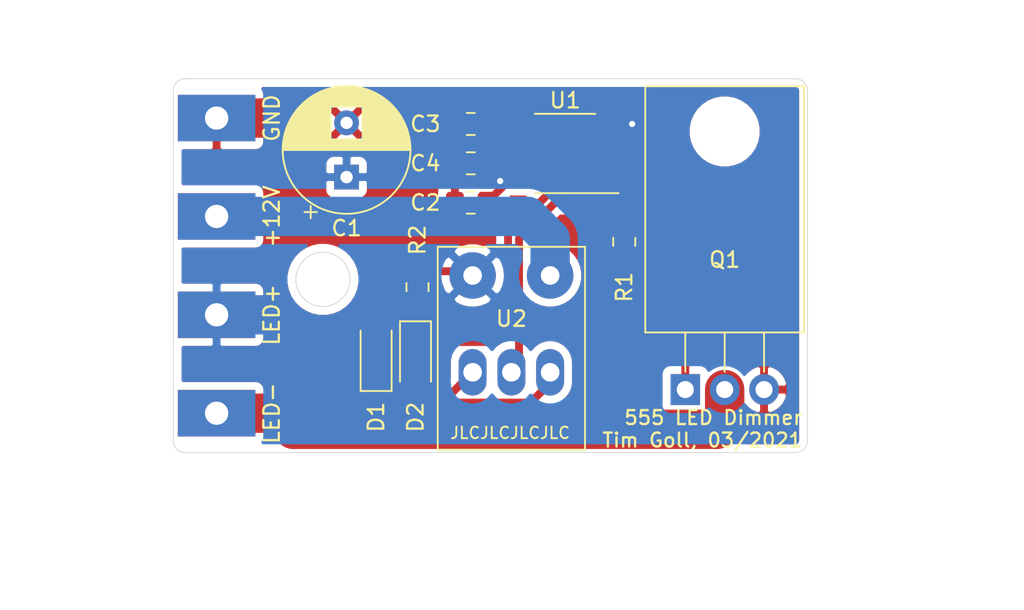
<source format=kicad_pcb>
(kicad_pcb (version 20171130) (host pcbnew "(5.1.6)-1")

  (general
    (thickness 1.6)
    (drawings 11)
    (tracks 84)
    (zones 0)
    (modules 15)
    (nets 12)
  )

  (page A4)
  (layers
    (0 F.Cu signal hide)
    (31 B.Cu signal)
    (32 B.Adhes user)
    (33 F.Adhes user)
    (34 B.Paste user)
    (35 F.Paste user)
    (36 B.SilkS user)
    (37 F.SilkS user)
    (38 B.Mask user)
    (39 F.Mask user)
    (40 Dwgs.User user)
    (41 Cmts.User user)
    (42 Eco1.User user)
    (43 Eco2.User user)
    (44 Edge.Cuts user)
    (45 Margin user)
    (46 B.CrtYd user)
    (47 F.CrtYd user)
    (48 B.Fab user)
    (49 F.Fab user)
  )

  (setup
    (last_trace_width 0.25)
    (user_trace_width 0.254)
    (user_trace_width 0.381)
    (user_trace_width 0.508)
    (user_trace_width 0.635)
    (user_trace_width 1.27)
    (user_trace_width 2.54)
    (trace_clearance 0.2)
    (zone_clearance 0.508)
    (zone_45_only no)
    (trace_min 0.127)
    (via_size 0.8)
    (via_drill 0.4)
    (via_min_size 0.3048)
    (via_min_drill 0.3)
    (user_via 0.6 0.3)
    (user_via 0.8 0.4)
    (uvia_size 0.3)
    (uvia_drill 0.1)
    (uvias_allowed no)
    (uvia_min_size 0.2)
    (uvia_min_drill 0.1)
    (edge_width 0.05)
    (segment_width 0.2)
    (pcb_text_width 0.3)
    (pcb_text_size 1.5 1.5)
    (mod_edge_width 0.12)
    (mod_text_size 1 1)
    (mod_text_width 0.15)
    (pad_size 1.524 1.524)
    (pad_drill 0.762)
    (pad_to_mask_clearance 0.05)
    (aux_axis_origin 0 0)
    (visible_elements 7FFFFFFF)
    (pcbplotparams
      (layerselection 0x010f0_ffffffff)
      (usegerberextensions false)
      (usegerberattributes true)
      (usegerberadvancedattributes true)
      (creategerberjobfile true)
      (excludeedgelayer true)
      (linewidth 0.100000)
      (plotframeref false)
      (viasonmask false)
      (mode 1)
      (useauxorigin false)
      (hpglpennumber 1)
      (hpglpenspeed 20)
      (hpglpendiameter 15.000000)
      (psnegative false)
      (psa4output false)
      (plotreference true)
      (plotvalue true)
      (plotinvisibletext false)
      (padsonsilk false)
      (subtractmaskfromsilk false)
      (outputformat 1)
      (mirror false)
      (drillshape 0)
      (scaleselection 1)
      (outputdirectory "gerber/"))
  )

  (net 0 "")
  (net 1 12V_int)
  (net 2 GND)
  (net 3 "Net-(C3-Pad1)")
  (net 4 "Net-(C4-Pad1)")
  (net 5 "Net-(D1-Pad2)")
  (net 6 "Net-(D1-Pad1)")
  (net 7 "Net-(D2-Pad2)")
  (net 8 "Net-(J4-Pad1)")
  (net 9 "Net-(Q1-Pad1)")
  (net 10 "Net-(R1-Pad2)")
  (net 11 +12V)

  (net_class Default "This is the default net class."
    (clearance 0.2)
    (trace_width 0.25)
    (via_dia 0.8)
    (via_drill 0.4)
    (uvia_dia 0.3)
    (uvia_drill 0.1)
    (add_net +12V)
    (add_net 12V_int)
    (add_net GND)
    (add_net "Net-(C3-Pad1)")
    (add_net "Net-(C4-Pad1)")
    (add_net "Net-(D1-Pad1)")
    (add_net "Net-(D1-Pad2)")
    (add_net "Net-(D2-Pad2)")
    (add_net "Net-(J4-Pad1)")
    (add_net "Net-(Q1-Pad1)")
    (add_net "Net-(R1-Pad2)")
  )

  (module Package_SO:SOIC-8_3.9x4.9mm_P1.27mm (layer F.Cu) (tedit 5D9F72B1) (tstamp 6049D0DC)
    (at 73.279 148.336 180)
    (descr "SOIC, 8 Pin (JEDEC MS-012AA, https://www.analog.com/media/en/package-pcb-resources/package/pkg_pdf/soic_narrow-r/r_8.pdf), generated with kicad-footprint-generator ipc_gullwing_generator.py")
    (tags "SOIC SO")
    (path /604B5EE2)
    (attr smd)
    (fp_text reference U1 (at 0 3.429) (layer F.SilkS)
      (effects (font (size 1 1) (thickness 0.15)))
    )
    (fp_text value NE555D (at 0 3.4) (layer F.Fab)
      (effects (font (size 1 1) (thickness 0.15)))
    )
    (fp_line (start 0 2.56) (end 1.95 2.56) (layer F.SilkS) (width 0.12))
    (fp_line (start 0 2.56) (end -1.95 2.56) (layer F.SilkS) (width 0.12))
    (fp_line (start 0 -2.56) (end 1.95 -2.56) (layer F.SilkS) (width 0.12))
    (fp_line (start 0 -2.56) (end -3.45 -2.56) (layer F.SilkS) (width 0.12))
    (fp_line (start -0.975 -2.45) (end 1.95 -2.45) (layer F.Fab) (width 0.1))
    (fp_line (start 1.95 -2.45) (end 1.95 2.45) (layer F.Fab) (width 0.1))
    (fp_line (start 1.95 2.45) (end -1.95 2.45) (layer F.Fab) (width 0.1))
    (fp_line (start -1.95 2.45) (end -1.95 -1.475) (layer F.Fab) (width 0.1))
    (fp_line (start -1.95 -1.475) (end -0.975 -2.45) (layer F.Fab) (width 0.1))
    (fp_line (start -3.7 -2.7) (end -3.7 2.7) (layer F.CrtYd) (width 0.05))
    (fp_line (start -3.7 2.7) (end 3.7 2.7) (layer F.CrtYd) (width 0.05))
    (fp_line (start 3.7 2.7) (end 3.7 -2.7) (layer F.CrtYd) (width 0.05))
    (fp_line (start 3.7 -2.7) (end -3.7 -2.7) (layer F.CrtYd) (width 0.05))
    (fp_text user %R (at 0 0) (layer F.Fab)
      (effects (font (size 0.98 0.98) (thickness 0.15)))
    )
    (pad 1 smd roundrect (at -2.475 -1.905 180) (size 1.95 0.6) (layers F.Cu F.Paste F.Mask) (roundrect_rratio 0.25)
      (net 2 GND))
    (pad 2 smd roundrect (at -2.475 -0.635 180) (size 1.95 0.6) (layers F.Cu F.Paste F.Mask) (roundrect_rratio 0.25)
      (net 4 "Net-(C4-Pad1)"))
    (pad 3 smd roundrect (at -2.475 0.635 180) (size 1.95 0.6) (layers F.Cu F.Paste F.Mask) (roundrect_rratio 0.25)
      (net 10 "Net-(R1-Pad2)"))
    (pad 4 smd roundrect (at -2.475 1.905 180) (size 1.95 0.6) (layers F.Cu F.Paste F.Mask) (roundrect_rratio 0.25)
      (net 1 12V_int))
    (pad 5 smd roundrect (at 2.475 1.905 180) (size 1.95 0.6) (layers F.Cu F.Paste F.Mask) (roundrect_rratio 0.25)
      (net 3 "Net-(C3-Pad1)"))
    (pad 6 smd roundrect (at 2.475 0.635 180) (size 1.95 0.6) (layers F.Cu F.Paste F.Mask) (roundrect_rratio 0.25)
      (net 4 "Net-(C4-Pad1)"))
    (pad 7 smd roundrect (at 2.475 -0.635 180) (size 1.95 0.6) (layers F.Cu F.Paste F.Mask) (roundrect_rratio 0.25)
      (net 5 "Net-(D1-Pad2)"))
    (pad 8 smd roundrect (at 2.475 -1.905 180) (size 1.95 0.6) (layers F.Cu F.Paste F.Mask) (roundrect_rratio 0.25)
      (net 1 12V_int))
    (model ${KISYS3DMOD}/Package_SO.3dshapes/SOIC-8_3.9x4.9mm_P1.27mm.wrl
      (at (xyz 0 0 0))
      (scale (xyz 1 1 1))
      (rotate (xyz 0 0 0))
    )
  )

  (module Capacitor_THT:CP_Radial_D8.0mm_P3.50mm (layer F.Cu) (tedit 5AE50EF0) (tstamp 6049B999)
    (at 59.182 149.86 90)
    (descr "CP, Radial series, Radial, pin pitch=3.50mm, , diameter=8mm, Electrolytic Capacitor")
    (tags "CP Radial series Radial pin pitch 3.50mm  diameter 8mm Electrolytic Capacitor")
    (path /604BB8F4)
    (fp_text reference C1 (at -3.302 0 180) (layer F.SilkS)
      (effects (font (size 1 1) (thickness 0.15)))
    )
    (fp_text value 470u (at 1.75 5.25 90) (layer F.Fab)
      (effects (font (size 1 1) (thickness 0.15)))
    )
    (fp_circle (center 1.75 0) (end 5.75 0) (layer F.Fab) (width 0.1))
    (fp_circle (center 1.75 0) (end 5.87 0) (layer F.SilkS) (width 0.12))
    (fp_circle (center 1.75 0) (end 6 0) (layer F.CrtYd) (width 0.05))
    (fp_line (start -1.676759 -1.7475) (end -0.876759 -1.7475) (layer F.Fab) (width 0.1))
    (fp_line (start -1.276759 -2.1475) (end -1.276759 -1.3475) (layer F.Fab) (width 0.1))
    (fp_line (start 1.75 -4.08) (end 1.75 4.08) (layer F.SilkS) (width 0.12))
    (fp_line (start 1.79 -4.08) (end 1.79 4.08) (layer F.SilkS) (width 0.12))
    (fp_line (start 1.83 -4.08) (end 1.83 4.08) (layer F.SilkS) (width 0.12))
    (fp_line (start 1.87 -4.079) (end 1.87 4.079) (layer F.SilkS) (width 0.12))
    (fp_line (start 1.91 -4.077) (end 1.91 4.077) (layer F.SilkS) (width 0.12))
    (fp_line (start 1.95 -4.076) (end 1.95 4.076) (layer F.SilkS) (width 0.12))
    (fp_line (start 1.99 -4.074) (end 1.99 4.074) (layer F.SilkS) (width 0.12))
    (fp_line (start 2.03 -4.071) (end 2.03 4.071) (layer F.SilkS) (width 0.12))
    (fp_line (start 2.07 -4.068) (end 2.07 4.068) (layer F.SilkS) (width 0.12))
    (fp_line (start 2.11 -4.065) (end 2.11 4.065) (layer F.SilkS) (width 0.12))
    (fp_line (start 2.15 -4.061) (end 2.15 4.061) (layer F.SilkS) (width 0.12))
    (fp_line (start 2.19 -4.057) (end 2.19 4.057) (layer F.SilkS) (width 0.12))
    (fp_line (start 2.23 -4.052) (end 2.23 4.052) (layer F.SilkS) (width 0.12))
    (fp_line (start 2.27 -4.048) (end 2.27 4.048) (layer F.SilkS) (width 0.12))
    (fp_line (start 2.31 -4.042) (end 2.31 4.042) (layer F.SilkS) (width 0.12))
    (fp_line (start 2.35 -4.037) (end 2.35 4.037) (layer F.SilkS) (width 0.12))
    (fp_line (start 2.39 -4.03) (end 2.39 4.03) (layer F.SilkS) (width 0.12))
    (fp_line (start 2.43 -4.024) (end 2.43 4.024) (layer F.SilkS) (width 0.12))
    (fp_line (start 2.471 -4.017) (end 2.471 -1.04) (layer F.SilkS) (width 0.12))
    (fp_line (start 2.471 1.04) (end 2.471 4.017) (layer F.SilkS) (width 0.12))
    (fp_line (start 2.511 -4.01) (end 2.511 -1.04) (layer F.SilkS) (width 0.12))
    (fp_line (start 2.511 1.04) (end 2.511 4.01) (layer F.SilkS) (width 0.12))
    (fp_line (start 2.551 -4.002) (end 2.551 -1.04) (layer F.SilkS) (width 0.12))
    (fp_line (start 2.551 1.04) (end 2.551 4.002) (layer F.SilkS) (width 0.12))
    (fp_line (start 2.591 -3.994) (end 2.591 -1.04) (layer F.SilkS) (width 0.12))
    (fp_line (start 2.591 1.04) (end 2.591 3.994) (layer F.SilkS) (width 0.12))
    (fp_line (start 2.631 -3.985) (end 2.631 -1.04) (layer F.SilkS) (width 0.12))
    (fp_line (start 2.631 1.04) (end 2.631 3.985) (layer F.SilkS) (width 0.12))
    (fp_line (start 2.671 -3.976) (end 2.671 -1.04) (layer F.SilkS) (width 0.12))
    (fp_line (start 2.671 1.04) (end 2.671 3.976) (layer F.SilkS) (width 0.12))
    (fp_line (start 2.711 -3.967) (end 2.711 -1.04) (layer F.SilkS) (width 0.12))
    (fp_line (start 2.711 1.04) (end 2.711 3.967) (layer F.SilkS) (width 0.12))
    (fp_line (start 2.751 -3.957) (end 2.751 -1.04) (layer F.SilkS) (width 0.12))
    (fp_line (start 2.751 1.04) (end 2.751 3.957) (layer F.SilkS) (width 0.12))
    (fp_line (start 2.791 -3.947) (end 2.791 -1.04) (layer F.SilkS) (width 0.12))
    (fp_line (start 2.791 1.04) (end 2.791 3.947) (layer F.SilkS) (width 0.12))
    (fp_line (start 2.831 -3.936) (end 2.831 -1.04) (layer F.SilkS) (width 0.12))
    (fp_line (start 2.831 1.04) (end 2.831 3.936) (layer F.SilkS) (width 0.12))
    (fp_line (start 2.871 -3.925) (end 2.871 -1.04) (layer F.SilkS) (width 0.12))
    (fp_line (start 2.871 1.04) (end 2.871 3.925) (layer F.SilkS) (width 0.12))
    (fp_line (start 2.911 -3.914) (end 2.911 -1.04) (layer F.SilkS) (width 0.12))
    (fp_line (start 2.911 1.04) (end 2.911 3.914) (layer F.SilkS) (width 0.12))
    (fp_line (start 2.951 -3.902) (end 2.951 -1.04) (layer F.SilkS) (width 0.12))
    (fp_line (start 2.951 1.04) (end 2.951 3.902) (layer F.SilkS) (width 0.12))
    (fp_line (start 2.991 -3.889) (end 2.991 -1.04) (layer F.SilkS) (width 0.12))
    (fp_line (start 2.991 1.04) (end 2.991 3.889) (layer F.SilkS) (width 0.12))
    (fp_line (start 3.031 -3.877) (end 3.031 -1.04) (layer F.SilkS) (width 0.12))
    (fp_line (start 3.031 1.04) (end 3.031 3.877) (layer F.SilkS) (width 0.12))
    (fp_line (start 3.071 -3.863) (end 3.071 -1.04) (layer F.SilkS) (width 0.12))
    (fp_line (start 3.071 1.04) (end 3.071 3.863) (layer F.SilkS) (width 0.12))
    (fp_line (start 3.111 -3.85) (end 3.111 -1.04) (layer F.SilkS) (width 0.12))
    (fp_line (start 3.111 1.04) (end 3.111 3.85) (layer F.SilkS) (width 0.12))
    (fp_line (start 3.151 -3.835) (end 3.151 -1.04) (layer F.SilkS) (width 0.12))
    (fp_line (start 3.151 1.04) (end 3.151 3.835) (layer F.SilkS) (width 0.12))
    (fp_line (start 3.191 -3.821) (end 3.191 -1.04) (layer F.SilkS) (width 0.12))
    (fp_line (start 3.191 1.04) (end 3.191 3.821) (layer F.SilkS) (width 0.12))
    (fp_line (start 3.231 -3.805) (end 3.231 -1.04) (layer F.SilkS) (width 0.12))
    (fp_line (start 3.231 1.04) (end 3.231 3.805) (layer F.SilkS) (width 0.12))
    (fp_line (start 3.271 -3.79) (end 3.271 -1.04) (layer F.SilkS) (width 0.12))
    (fp_line (start 3.271 1.04) (end 3.271 3.79) (layer F.SilkS) (width 0.12))
    (fp_line (start 3.311 -3.774) (end 3.311 -1.04) (layer F.SilkS) (width 0.12))
    (fp_line (start 3.311 1.04) (end 3.311 3.774) (layer F.SilkS) (width 0.12))
    (fp_line (start 3.351 -3.757) (end 3.351 -1.04) (layer F.SilkS) (width 0.12))
    (fp_line (start 3.351 1.04) (end 3.351 3.757) (layer F.SilkS) (width 0.12))
    (fp_line (start 3.391 -3.74) (end 3.391 -1.04) (layer F.SilkS) (width 0.12))
    (fp_line (start 3.391 1.04) (end 3.391 3.74) (layer F.SilkS) (width 0.12))
    (fp_line (start 3.431 -3.722) (end 3.431 -1.04) (layer F.SilkS) (width 0.12))
    (fp_line (start 3.431 1.04) (end 3.431 3.722) (layer F.SilkS) (width 0.12))
    (fp_line (start 3.471 -3.704) (end 3.471 -1.04) (layer F.SilkS) (width 0.12))
    (fp_line (start 3.471 1.04) (end 3.471 3.704) (layer F.SilkS) (width 0.12))
    (fp_line (start 3.511 -3.686) (end 3.511 -1.04) (layer F.SilkS) (width 0.12))
    (fp_line (start 3.511 1.04) (end 3.511 3.686) (layer F.SilkS) (width 0.12))
    (fp_line (start 3.551 -3.666) (end 3.551 -1.04) (layer F.SilkS) (width 0.12))
    (fp_line (start 3.551 1.04) (end 3.551 3.666) (layer F.SilkS) (width 0.12))
    (fp_line (start 3.591 -3.647) (end 3.591 -1.04) (layer F.SilkS) (width 0.12))
    (fp_line (start 3.591 1.04) (end 3.591 3.647) (layer F.SilkS) (width 0.12))
    (fp_line (start 3.631 -3.627) (end 3.631 -1.04) (layer F.SilkS) (width 0.12))
    (fp_line (start 3.631 1.04) (end 3.631 3.627) (layer F.SilkS) (width 0.12))
    (fp_line (start 3.671 -3.606) (end 3.671 -1.04) (layer F.SilkS) (width 0.12))
    (fp_line (start 3.671 1.04) (end 3.671 3.606) (layer F.SilkS) (width 0.12))
    (fp_line (start 3.711 -3.584) (end 3.711 -1.04) (layer F.SilkS) (width 0.12))
    (fp_line (start 3.711 1.04) (end 3.711 3.584) (layer F.SilkS) (width 0.12))
    (fp_line (start 3.751 -3.562) (end 3.751 -1.04) (layer F.SilkS) (width 0.12))
    (fp_line (start 3.751 1.04) (end 3.751 3.562) (layer F.SilkS) (width 0.12))
    (fp_line (start 3.791 -3.54) (end 3.791 -1.04) (layer F.SilkS) (width 0.12))
    (fp_line (start 3.791 1.04) (end 3.791 3.54) (layer F.SilkS) (width 0.12))
    (fp_line (start 3.831 -3.517) (end 3.831 -1.04) (layer F.SilkS) (width 0.12))
    (fp_line (start 3.831 1.04) (end 3.831 3.517) (layer F.SilkS) (width 0.12))
    (fp_line (start 3.871 -3.493) (end 3.871 -1.04) (layer F.SilkS) (width 0.12))
    (fp_line (start 3.871 1.04) (end 3.871 3.493) (layer F.SilkS) (width 0.12))
    (fp_line (start 3.911 -3.469) (end 3.911 -1.04) (layer F.SilkS) (width 0.12))
    (fp_line (start 3.911 1.04) (end 3.911 3.469) (layer F.SilkS) (width 0.12))
    (fp_line (start 3.951 -3.444) (end 3.951 -1.04) (layer F.SilkS) (width 0.12))
    (fp_line (start 3.951 1.04) (end 3.951 3.444) (layer F.SilkS) (width 0.12))
    (fp_line (start 3.991 -3.418) (end 3.991 -1.04) (layer F.SilkS) (width 0.12))
    (fp_line (start 3.991 1.04) (end 3.991 3.418) (layer F.SilkS) (width 0.12))
    (fp_line (start 4.031 -3.392) (end 4.031 -1.04) (layer F.SilkS) (width 0.12))
    (fp_line (start 4.031 1.04) (end 4.031 3.392) (layer F.SilkS) (width 0.12))
    (fp_line (start 4.071 -3.365) (end 4.071 -1.04) (layer F.SilkS) (width 0.12))
    (fp_line (start 4.071 1.04) (end 4.071 3.365) (layer F.SilkS) (width 0.12))
    (fp_line (start 4.111 -3.338) (end 4.111 -1.04) (layer F.SilkS) (width 0.12))
    (fp_line (start 4.111 1.04) (end 4.111 3.338) (layer F.SilkS) (width 0.12))
    (fp_line (start 4.151 -3.309) (end 4.151 -1.04) (layer F.SilkS) (width 0.12))
    (fp_line (start 4.151 1.04) (end 4.151 3.309) (layer F.SilkS) (width 0.12))
    (fp_line (start 4.191 -3.28) (end 4.191 -1.04) (layer F.SilkS) (width 0.12))
    (fp_line (start 4.191 1.04) (end 4.191 3.28) (layer F.SilkS) (width 0.12))
    (fp_line (start 4.231 -3.25) (end 4.231 -1.04) (layer F.SilkS) (width 0.12))
    (fp_line (start 4.231 1.04) (end 4.231 3.25) (layer F.SilkS) (width 0.12))
    (fp_line (start 4.271 -3.22) (end 4.271 -1.04) (layer F.SilkS) (width 0.12))
    (fp_line (start 4.271 1.04) (end 4.271 3.22) (layer F.SilkS) (width 0.12))
    (fp_line (start 4.311 -3.189) (end 4.311 -1.04) (layer F.SilkS) (width 0.12))
    (fp_line (start 4.311 1.04) (end 4.311 3.189) (layer F.SilkS) (width 0.12))
    (fp_line (start 4.351 -3.156) (end 4.351 -1.04) (layer F.SilkS) (width 0.12))
    (fp_line (start 4.351 1.04) (end 4.351 3.156) (layer F.SilkS) (width 0.12))
    (fp_line (start 4.391 -3.124) (end 4.391 -1.04) (layer F.SilkS) (width 0.12))
    (fp_line (start 4.391 1.04) (end 4.391 3.124) (layer F.SilkS) (width 0.12))
    (fp_line (start 4.431 -3.09) (end 4.431 -1.04) (layer F.SilkS) (width 0.12))
    (fp_line (start 4.431 1.04) (end 4.431 3.09) (layer F.SilkS) (width 0.12))
    (fp_line (start 4.471 -3.055) (end 4.471 -1.04) (layer F.SilkS) (width 0.12))
    (fp_line (start 4.471 1.04) (end 4.471 3.055) (layer F.SilkS) (width 0.12))
    (fp_line (start 4.511 -3.019) (end 4.511 -1.04) (layer F.SilkS) (width 0.12))
    (fp_line (start 4.511 1.04) (end 4.511 3.019) (layer F.SilkS) (width 0.12))
    (fp_line (start 4.551 -2.983) (end 4.551 2.983) (layer F.SilkS) (width 0.12))
    (fp_line (start 4.591 -2.945) (end 4.591 2.945) (layer F.SilkS) (width 0.12))
    (fp_line (start 4.631 -2.907) (end 4.631 2.907) (layer F.SilkS) (width 0.12))
    (fp_line (start 4.671 -2.867) (end 4.671 2.867) (layer F.SilkS) (width 0.12))
    (fp_line (start 4.711 -2.826) (end 4.711 2.826) (layer F.SilkS) (width 0.12))
    (fp_line (start 4.751 -2.784) (end 4.751 2.784) (layer F.SilkS) (width 0.12))
    (fp_line (start 4.791 -2.741) (end 4.791 2.741) (layer F.SilkS) (width 0.12))
    (fp_line (start 4.831 -2.697) (end 4.831 2.697) (layer F.SilkS) (width 0.12))
    (fp_line (start 4.871 -2.651) (end 4.871 2.651) (layer F.SilkS) (width 0.12))
    (fp_line (start 4.911 -2.604) (end 4.911 2.604) (layer F.SilkS) (width 0.12))
    (fp_line (start 4.951 -2.556) (end 4.951 2.556) (layer F.SilkS) (width 0.12))
    (fp_line (start 4.991 -2.505) (end 4.991 2.505) (layer F.SilkS) (width 0.12))
    (fp_line (start 5.031 -2.454) (end 5.031 2.454) (layer F.SilkS) (width 0.12))
    (fp_line (start 5.071 -2.4) (end 5.071 2.4) (layer F.SilkS) (width 0.12))
    (fp_line (start 5.111 -2.345) (end 5.111 2.345) (layer F.SilkS) (width 0.12))
    (fp_line (start 5.151 -2.287) (end 5.151 2.287) (layer F.SilkS) (width 0.12))
    (fp_line (start 5.191 -2.228) (end 5.191 2.228) (layer F.SilkS) (width 0.12))
    (fp_line (start 5.231 -2.166) (end 5.231 2.166) (layer F.SilkS) (width 0.12))
    (fp_line (start 5.271 -2.102) (end 5.271 2.102) (layer F.SilkS) (width 0.12))
    (fp_line (start 5.311 -2.034) (end 5.311 2.034) (layer F.SilkS) (width 0.12))
    (fp_line (start 5.351 -1.964) (end 5.351 1.964) (layer F.SilkS) (width 0.12))
    (fp_line (start 5.391 -1.89) (end 5.391 1.89) (layer F.SilkS) (width 0.12))
    (fp_line (start 5.431 -1.813) (end 5.431 1.813) (layer F.SilkS) (width 0.12))
    (fp_line (start 5.471 -1.731) (end 5.471 1.731) (layer F.SilkS) (width 0.12))
    (fp_line (start 5.511 -1.645) (end 5.511 1.645) (layer F.SilkS) (width 0.12))
    (fp_line (start 5.551 -1.552) (end 5.551 1.552) (layer F.SilkS) (width 0.12))
    (fp_line (start 5.591 -1.453) (end 5.591 1.453) (layer F.SilkS) (width 0.12))
    (fp_line (start 5.631 -1.346) (end 5.631 1.346) (layer F.SilkS) (width 0.12))
    (fp_line (start 5.671 -1.229) (end 5.671 1.229) (layer F.SilkS) (width 0.12))
    (fp_line (start 5.711 -1.098) (end 5.711 1.098) (layer F.SilkS) (width 0.12))
    (fp_line (start 5.751 -0.948) (end 5.751 0.948) (layer F.SilkS) (width 0.12))
    (fp_line (start 5.791 -0.768) (end 5.791 0.768) (layer F.SilkS) (width 0.12))
    (fp_line (start 5.831 -0.533) (end 5.831 0.533) (layer F.SilkS) (width 0.12))
    (fp_line (start -2.659698 -2.315) (end -1.859698 -2.315) (layer F.SilkS) (width 0.12))
    (fp_line (start -2.259698 -2.715) (end -2.259698 -1.915) (layer F.SilkS) (width 0.12))
    (fp_text user %R (at 1.75 0 90) (layer F.Fab)
      (effects (font (size 1 1) (thickness 0.15)))
    )
    (pad 1 thru_hole rect (at 0 0 90) (size 1.6 1.6) (drill 0.8) (layers *.Cu *.Mask)
      (net 1 12V_int))
    (pad 2 thru_hole circle (at 3.5 0 90) (size 1.6 1.6) (drill 0.8) (layers *.Cu *.Mask)
      (net 2 GND))
    (model ${KISYS3DMOD}/Capacitor_THT.3dshapes/CP_Radial_D8.0mm_P3.50mm.wrl
      (at (xyz 0 0 0))
      (scale (xyz 1 1 1))
      (rotate (xyz 0 0 0))
    )
  )

  (module Capacitor_SMD:C_0805_2012Metric_Pad1.15x1.40mm_HandSolder (layer F.Cu) (tedit 5B36C52B) (tstamp 6049A5F2)
    (at 67.192 151.511 180)
    (descr "Capacitor SMD 0805 (2012 Metric), square (rectangular) end terminal, IPC_7351 nominal with elongated pad for handsoldering. (Body size source: https://docs.google.com/spreadsheets/d/1BsfQQcO9C6DZCsRaXUlFlo91Tg2WpOkGARC1WS5S8t0/edit?usp=sharing), generated with kicad-footprint-generator")
    (tags "capacitor handsolder")
    (path /604BA8C0)
    (attr smd)
    (fp_text reference C2 (at 2.93 0) (layer F.SilkS)
      (effects (font (size 1 1) (thickness 0.15)))
    )
    (fp_text value 100n (at 0 1.65) (layer F.Fab)
      (effects (font (size 1 1) (thickness 0.15)))
    )
    (fp_line (start -1 0.6) (end -1 -0.6) (layer F.Fab) (width 0.1))
    (fp_line (start -1 -0.6) (end 1 -0.6) (layer F.Fab) (width 0.1))
    (fp_line (start 1 -0.6) (end 1 0.6) (layer F.Fab) (width 0.1))
    (fp_line (start 1 0.6) (end -1 0.6) (layer F.Fab) (width 0.1))
    (fp_line (start -0.261252 -0.71) (end 0.261252 -0.71) (layer F.SilkS) (width 0.12))
    (fp_line (start -0.261252 0.71) (end 0.261252 0.71) (layer F.SilkS) (width 0.12))
    (fp_line (start -1.85 0.95) (end -1.85 -0.95) (layer F.CrtYd) (width 0.05))
    (fp_line (start -1.85 -0.95) (end 1.85 -0.95) (layer F.CrtYd) (width 0.05))
    (fp_line (start 1.85 -0.95) (end 1.85 0.95) (layer F.CrtYd) (width 0.05))
    (fp_line (start 1.85 0.95) (end -1.85 0.95) (layer F.CrtYd) (width 0.05))
    (fp_text user %R (at 0 0) (layer F.Fab)
      (effects (font (size 0.5 0.5) (thickness 0.08)))
    )
    (pad 1 smd roundrect (at -1.025 0 180) (size 1.15 1.4) (layers F.Cu F.Paste F.Mask) (roundrect_rratio 0.217391)
      (net 1 12V_int))
    (pad 2 smd roundrect (at 1.025 0 180) (size 1.15 1.4) (layers F.Cu F.Paste F.Mask) (roundrect_rratio 0.217391)
      (net 2 GND))
    (model ${KISYS3DMOD}/Capacitor_SMD.3dshapes/C_0805_2012Metric.wrl
      (at (xyz 0 0 0))
      (scale (xyz 1 1 1))
      (rotate (xyz 0 0 0))
    )
  )

  (module Capacitor_SMD:C_0805_2012Metric_Pad1.15x1.40mm_HandSolder (layer F.Cu) (tedit 5B36C52B) (tstamp 60499AF7)
    (at 67.192 146.431 180)
    (descr "Capacitor SMD 0805 (2012 Metric), square (rectangular) end terminal, IPC_7351 nominal with elongated pad for handsoldering. (Body size source: https://docs.google.com/spreadsheets/d/1BsfQQcO9C6DZCsRaXUlFlo91Tg2WpOkGARC1WS5S8t0/edit?usp=sharing), generated with kicad-footprint-generator")
    (tags "capacitor handsolder")
    (path /604CCC4B)
    (attr smd)
    (fp_text reference C3 (at 2.93 0) (layer F.SilkS)
      (effects (font (size 1 1) (thickness 0.15)))
    )
    (fp_text value 10n (at 0 1.65) (layer F.Fab)
      (effects (font (size 1 1) (thickness 0.15)))
    )
    (fp_line (start 1.85 0.95) (end -1.85 0.95) (layer F.CrtYd) (width 0.05))
    (fp_line (start 1.85 -0.95) (end 1.85 0.95) (layer F.CrtYd) (width 0.05))
    (fp_line (start -1.85 -0.95) (end 1.85 -0.95) (layer F.CrtYd) (width 0.05))
    (fp_line (start -1.85 0.95) (end -1.85 -0.95) (layer F.CrtYd) (width 0.05))
    (fp_line (start -0.261252 0.71) (end 0.261252 0.71) (layer F.SilkS) (width 0.12))
    (fp_line (start -0.261252 -0.71) (end 0.261252 -0.71) (layer F.SilkS) (width 0.12))
    (fp_line (start 1 0.6) (end -1 0.6) (layer F.Fab) (width 0.1))
    (fp_line (start 1 -0.6) (end 1 0.6) (layer F.Fab) (width 0.1))
    (fp_line (start -1 -0.6) (end 1 -0.6) (layer F.Fab) (width 0.1))
    (fp_line (start -1 0.6) (end -1 -0.6) (layer F.Fab) (width 0.1))
    (fp_text user %R (at 0 0) (layer F.Fab)
      (effects (font (size 0.5 0.5) (thickness 0.08)))
    )
    (pad 2 smd roundrect (at 1.025 0 180) (size 1.15 1.4) (layers F.Cu F.Paste F.Mask) (roundrect_rratio 0.217391)
      (net 2 GND))
    (pad 1 smd roundrect (at -1.025 0 180) (size 1.15 1.4) (layers F.Cu F.Paste F.Mask) (roundrect_rratio 0.217391)
      (net 3 "Net-(C3-Pad1)"))
    (model ${KISYS3DMOD}/Capacitor_SMD.3dshapes/C_0805_2012Metric.wrl
      (at (xyz 0 0 0))
      (scale (xyz 1 1 1))
      (rotate (xyz 0 0 0))
    )
  )

  (module Capacitor_SMD:C_0805_2012Metric_Pad1.15x1.40mm_HandSolder (layer F.Cu) (tedit 5B36C52B) (tstamp 60499B08)
    (at 67.192 148.971 180)
    (descr "Capacitor SMD 0805 (2012 Metric), square (rectangular) end terminal, IPC_7351 nominal with elongated pad for handsoldering. (Body size source: https://docs.google.com/spreadsheets/d/1BsfQQcO9C6DZCsRaXUlFlo91Tg2WpOkGARC1WS5S8t0/edit?usp=sharing), generated with kicad-footprint-generator")
    (tags "capacitor handsolder")
    (path /604CFF5A)
    (attr smd)
    (fp_text reference C4 (at 2.93 0) (layer F.SilkS)
      (effects (font (size 1 1) (thickness 0.15)))
    )
    (fp_text value 100n (at 0 1.65) (layer F.Fab)
      (effects (font (size 1 1) (thickness 0.15)))
    )
    (fp_line (start -1 0.6) (end -1 -0.6) (layer F.Fab) (width 0.1))
    (fp_line (start -1 -0.6) (end 1 -0.6) (layer F.Fab) (width 0.1))
    (fp_line (start 1 -0.6) (end 1 0.6) (layer F.Fab) (width 0.1))
    (fp_line (start 1 0.6) (end -1 0.6) (layer F.Fab) (width 0.1))
    (fp_line (start -0.261252 -0.71) (end 0.261252 -0.71) (layer F.SilkS) (width 0.12))
    (fp_line (start -0.261252 0.71) (end 0.261252 0.71) (layer F.SilkS) (width 0.12))
    (fp_line (start -1.85 0.95) (end -1.85 -0.95) (layer F.CrtYd) (width 0.05))
    (fp_line (start -1.85 -0.95) (end 1.85 -0.95) (layer F.CrtYd) (width 0.05))
    (fp_line (start 1.85 -0.95) (end 1.85 0.95) (layer F.CrtYd) (width 0.05))
    (fp_line (start 1.85 0.95) (end -1.85 0.95) (layer F.CrtYd) (width 0.05))
    (fp_text user %R (at 0 0) (layer F.Fab)
      (effects (font (size 0.5 0.5) (thickness 0.08)))
    )
    (pad 1 smd roundrect (at -1.025 0 180) (size 1.15 1.4) (layers F.Cu F.Paste F.Mask) (roundrect_rratio 0.217391)
      (net 4 "Net-(C4-Pad1)"))
    (pad 2 smd roundrect (at 1.025 0 180) (size 1.15 1.4) (layers F.Cu F.Paste F.Mask) (roundrect_rratio 0.217391)
      (net 2 GND))
    (model ${KISYS3DMOD}/Capacitor_SMD.3dshapes/C_0805_2012Metric.wrl
      (at (xyz 0 0 0))
      (scale (xyz 1 1 1))
      (rotate (xyz 0 0 0))
    )
  )

  (module Diode_SMD:D_SOD-123 (layer F.Cu) (tedit 58645DC7) (tstamp 6049DB6B)
    (at 61.087 161.418 90)
    (descr SOD-123)
    (tags SOD-123)
    (path /604DB9A0)
    (attr smd)
    (fp_text reference D1 (at -3.936 0 90) (layer F.SilkS)
      (effects (font (size 1 1) (thickness 0.15)))
    )
    (fp_text value D_Small (at 0 2.1 90) (layer F.Fab)
      (effects (font (size 1 1) (thickness 0.15)))
    )
    (fp_line (start -2.25 -1) (end 1.65 -1) (layer F.SilkS) (width 0.12))
    (fp_line (start -2.25 1) (end 1.65 1) (layer F.SilkS) (width 0.12))
    (fp_line (start -2.35 -1.15) (end -2.35 1.15) (layer F.CrtYd) (width 0.05))
    (fp_line (start 2.35 1.15) (end -2.35 1.15) (layer F.CrtYd) (width 0.05))
    (fp_line (start 2.35 -1.15) (end 2.35 1.15) (layer F.CrtYd) (width 0.05))
    (fp_line (start -2.35 -1.15) (end 2.35 -1.15) (layer F.CrtYd) (width 0.05))
    (fp_line (start -1.4 -0.9) (end 1.4 -0.9) (layer F.Fab) (width 0.1))
    (fp_line (start 1.4 -0.9) (end 1.4 0.9) (layer F.Fab) (width 0.1))
    (fp_line (start 1.4 0.9) (end -1.4 0.9) (layer F.Fab) (width 0.1))
    (fp_line (start -1.4 0.9) (end -1.4 -0.9) (layer F.Fab) (width 0.1))
    (fp_line (start -0.75 0) (end -0.35 0) (layer F.Fab) (width 0.1))
    (fp_line (start -0.35 0) (end -0.35 -0.55) (layer F.Fab) (width 0.1))
    (fp_line (start -0.35 0) (end -0.35 0.55) (layer F.Fab) (width 0.1))
    (fp_line (start -0.35 0) (end 0.25 -0.4) (layer F.Fab) (width 0.1))
    (fp_line (start 0.25 -0.4) (end 0.25 0.4) (layer F.Fab) (width 0.1))
    (fp_line (start 0.25 0.4) (end -0.35 0) (layer F.Fab) (width 0.1))
    (fp_line (start 0.25 0) (end 0.75 0) (layer F.Fab) (width 0.1))
    (fp_line (start -2.25 -1) (end -2.25 1) (layer F.SilkS) (width 0.12))
    (fp_text user %R (at 0 -2 90) (layer F.Fab)
      (effects (font (size 1 1) (thickness 0.15)))
    )
    (pad 2 smd rect (at 1.65 0 90) (size 0.9 1.2) (layers F.Cu F.Paste F.Mask)
      (net 5 "Net-(D1-Pad2)"))
    (pad 1 smd rect (at -1.65 0 90) (size 0.9 1.2) (layers F.Cu F.Paste F.Mask)
      (net 6 "Net-(D1-Pad1)"))
    (model ${KISYS3DMOD}/Diode_SMD.3dshapes/D_SOD-123.wrl
      (at (xyz 0 0 0))
      (scale (xyz 1 1 1))
      (rotate (xyz 0 0 0))
    )
  )

  (module Diode_SMD:D_SOD-123 (layer F.Cu) (tedit 58645DC7) (tstamp 6049DB23)
    (at 63.627 161.418 270)
    (descr SOD-123)
    (tags SOD-123)
    (path /604D9794)
    (attr smd)
    (fp_text reference D2 (at 3.936 0 90) (layer F.SilkS)
      (effects (font (size 1 1) (thickness 0.15)))
    )
    (fp_text value D_Small (at 0 2.1 90) (layer F.Fab)
      (effects (font (size 1 1) (thickness 0.15)))
    )
    (fp_line (start -2.25 -1) (end -2.25 1) (layer F.SilkS) (width 0.12))
    (fp_line (start 0.25 0) (end 0.75 0) (layer F.Fab) (width 0.1))
    (fp_line (start 0.25 0.4) (end -0.35 0) (layer F.Fab) (width 0.1))
    (fp_line (start 0.25 -0.4) (end 0.25 0.4) (layer F.Fab) (width 0.1))
    (fp_line (start -0.35 0) (end 0.25 -0.4) (layer F.Fab) (width 0.1))
    (fp_line (start -0.35 0) (end -0.35 0.55) (layer F.Fab) (width 0.1))
    (fp_line (start -0.35 0) (end -0.35 -0.55) (layer F.Fab) (width 0.1))
    (fp_line (start -0.75 0) (end -0.35 0) (layer F.Fab) (width 0.1))
    (fp_line (start -1.4 0.9) (end -1.4 -0.9) (layer F.Fab) (width 0.1))
    (fp_line (start 1.4 0.9) (end -1.4 0.9) (layer F.Fab) (width 0.1))
    (fp_line (start 1.4 -0.9) (end 1.4 0.9) (layer F.Fab) (width 0.1))
    (fp_line (start -1.4 -0.9) (end 1.4 -0.9) (layer F.Fab) (width 0.1))
    (fp_line (start -2.35 -1.15) (end 2.35 -1.15) (layer F.CrtYd) (width 0.05))
    (fp_line (start 2.35 -1.15) (end 2.35 1.15) (layer F.CrtYd) (width 0.05))
    (fp_line (start 2.35 1.15) (end -2.35 1.15) (layer F.CrtYd) (width 0.05))
    (fp_line (start -2.35 -1.15) (end -2.35 1.15) (layer F.CrtYd) (width 0.05))
    (fp_line (start -2.25 1) (end 1.65 1) (layer F.SilkS) (width 0.12))
    (fp_line (start -2.25 -1) (end 1.65 -1) (layer F.SilkS) (width 0.12))
    (fp_text user %R (at 0 -2 90) (layer F.Fab)
      (effects (font (size 1 1) (thickness 0.15)))
    )
    (pad 1 smd rect (at -1.65 0 270) (size 0.9 1.2) (layers F.Cu F.Paste F.Mask)
      (net 5 "Net-(D1-Pad2)"))
    (pad 2 smd rect (at 1.65 0 270) (size 0.9 1.2) (layers F.Cu F.Paste F.Mask)
      (net 7 "Net-(D2-Pad2)"))
    (model ${KISYS3DMOD}/Diode_SMD.3dshapes/D_SOD-123.wrl
      (at (xyz 0 0 0))
      (scale (xyz 1 1 1))
      (rotate (xyz 0 0 0))
    )
  )

  (module solder_pad:solder_pad_5x3 (layer F.Cu) (tedit 60493B13) (tstamp 60499B3F)
    (at 50.8 152.4 90)
    (path /604A9D27)
    (fp_text reference +12V (at 0 3.556 90) (layer F.SilkS)
      (effects (font (size 1 1) (thickness 0.15)))
    )
    (fp_text value +12V_in (at -5.08 0) (layer F.Fab)
      (effects (font (size 1 1) (thickness 0.15)))
    )
    (pad 1 thru_hole rect (at 0 0 90) (size 3 5) (drill 1.5) (layers *.Cu *.Mask)
      (net 11 +12V))
  )

  (module solder_pad:solder_pad_5x3 (layer F.Cu) (tedit 60493B13) (tstamp 60499B44)
    (at 50.8 146.05 90)
    (path /604AB28B)
    (fp_text reference GND (at 0 3.556 90) (layer F.SilkS)
      (effects (font (size 1 1) (thickness 0.15)))
    )
    (fp_text value GND_in (at -5.08 0) (layer F.Fab)
      (effects (font (size 1 1) (thickness 0.15)))
    )
    (pad 1 thru_hole rect (at 0 0 90) (size 3 5) (drill 1.5) (layers *.Cu *.Mask)
      (net 2 GND))
  )

  (module solder_pad:solder_pad_5x3 (layer F.Cu) (tedit 60493B13) (tstamp 60499B49)
    (at 50.8 158.75 90)
    (path /604AF61A)
    (fp_text reference LED+ (at 0 3.556 90) (layer F.SilkS)
      (effects (font (size 1 1) (thickness 0.15)))
    )
    (fp_text value LED+ (at -5.08 0) (layer F.Fab)
      (effects (font (size 1 1) (thickness 0.15)))
    )
    (pad 1 thru_hole rect (at 0 0 90) (size 3 5) (drill 1.5) (layers *.Cu *.Mask)
      (net 1 12V_int))
  )

  (module solder_pad:solder_pad_5x3 (layer F.Cu) (tedit 60493B13) (tstamp 60499B4E)
    (at 50.8 165.1 90)
    (path /604ACC12)
    (fp_text reference LED- (at 0 3.556 270) (layer F.SilkS)
      (effects (font (size 1 1) (thickness 0.15)))
    )
    (fp_text value LED- (at -5.08 0) (layer F.Fab)
      (effects (font (size 1 1) (thickness 0.15)))
    )
    (pad 1 thru_hole rect (at 0 0 90) (size 3 5) (drill 1.5) (layers *.Cu *.Mask)
      (net 8 "Net-(J4-Pad1)"))
  )

  (module Package_TO_SOT_THT:TO-220-3_Horizontal_TabDown (layer F.Cu) (tedit 5AC8BA0D) (tstamp 6049B10F)
    (at 81.026 163.576)
    (descr "TO-220-3, Horizontal, RM 2.54mm, see https://www.vishay.com/docs/66542/to-220-1.pdf")
    (tags "TO-220-3 Horizontal RM 2.54mm")
    (path /604E4014)
    (fp_text reference Q1 (at 2.54 -8.382) (layer F.SilkS)
      (effects (font (size 1 1) (thickness 0.15)))
    )
    (fp_text value BUZ11 (at 2.54 2) (layer F.Fab)
      (effects (font (size 1 1) (thickness 0.15)))
    )
    (fp_circle (center 2.54 -16.66) (end 4.39 -16.66) (layer F.Fab) (width 0.1))
    (fp_line (start -2.46 -13.06) (end -2.46 -19.46) (layer F.Fab) (width 0.1))
    (fp_line (start -2.46 -19.46) (end 7.54 -19.46) (layer F.Fab) (width 0.1))
    (fp_line (start 7.54 -19.46) (end 7.54 -13.06) (layer F.Fab) (width 0.1))
    (fp_line (start 7.54 -13.06) (end -2.46 -13.06) (layer F.Fab) (width 0.1))
    (fp_line (start -2.46 -3.81) (end -2.46 -13.06) (layer F.Fab) (width 0.1))
    (fp_line (start -2.46 -13.06) (end 7.54 -13.06) (layer F.Fab) (width 0.1))
    (fp_line (start 7.54 -13.06) (end 7.54 -3.81) (layer F.Fab) (width 0.1))
    (fp_line (start 7.54 -3.81) (end -2.46 -3.81) (layer F.Fab) (width 0.1))
    (fp_line (start 0 -3.81) (end 0 0) (layer F.Fab) (width 0.1))
    (fp_line (start 2.54 -3.81) (end 2.54 0) (layer F.Fab) (width 0.1))
    (fp_line (start 5.08 -3.81) (end 5.08 0) (layer F.Fab) (width 0.1))
    (fp_line (start -2.58 -3.69) (end 7.66 -3.69) (layer F.SilkS) (width 0.12))
    (fp_line (start -2.58 -19.58) (end 7.66 -19.58) (layer F.SilkS) (width 0.12))
    (fp_line (start -2.58 -19.58) (end -2.58 -3.69) (layer F.SilkS) (width 0.12))
    (fp_line (start 7.66 -19.58) (end 7.66 -3.69) (layer F.SilkS) (width 0.12))
    (fp_line (start 0 -3.69) (end 0 -1.15) (layer F.SilkS) (width 0.12))
    (fp_line (start 2.54 -3.69) (end 2.54 -1.15) (layer F.SilkS) (width 0.12))
    (fp_line (start 5.08 -3.69) (end 5.08 -1.15) (layer F.SilkS) (width 0.12))
    (fp_line (start -2.71 -19.71) (end -2.71 1.25) (layer F.CrtYd) (width 0.05))
    (fp_line (start -2.71 1.25) (end 7.79 1.25) (layer F.CrtYd) (width 0.05))
    (fp_line (start 7.79 1.25) (end 7.79 -19.71) (layer F.CrtYd) (width 0.05))
    (fp_line (start 7.79 -19.71) (end -2.71 -19.71) (layer F.CrtYd) (width 0.05))
    (fp_text user %R (at 2.54 -20.58) (layer F.Fab)
      (effects (font (size 1 1) (thickness 0.15)))
    )
    (pad "" np_thru_hole oval (at 2.54 -16.66) (size 3.5 3.5) (drill 3.5) (layers *.Cu *.Mask))
    (pad 1 thru_hole rect (at 0 0) (size 1.905 2) (drill 1.1) (layers *.Cu *.Mask)
      (net 9 "Net-(Q1-Pad1)"))
    (pad 2 thru_hole oval (at 2.54 0) (size 1.905 2) (drill 1.1) (layers *.Cu *.Mask)
      (net 8 "Net-(J4-Pad1)"))
    (pad 3 thru_hole oval (at 5.08 0) (size 1.905 2) (drill 1.1) (layers *.Cu *.Mask)
      (net 2 GND))
    (model ${KISYS3DMOD}/Package_TO_SOT_THT.3dshapes/TO-220-3_Horizontal_TabDown.wrl
      (at (xyz 0 0 0))
      (scale (xyz 1 1 1))
      (rotate (xyz 0 0 0))
    )
  )

  (module Resistor_SMD:R_0805_2012Metric_Pad1.15x1.40mm_HandSolder (layer F.Cu) (tedit 5B36C52B) (tstamp 6049D73F)
    (at 77.089 154.042 90)
    (descr "Resistor SMD 0805 (2012 Metric), square (rectangular) end terminal, IPC_7351 nominal with elongated pad for handsoldering. (Body size source: https://docs.google.com/spreadsheets/d/1BsfQQcO9C6DZCsRaXUlFlo91Tg2WpOkGARC1WS5S8t0/edit?usp=sharing), generated with kicad-footprint-generator")
    (tags "resistor handsolder")
    (path /604EC08B)
    (attr smd)
    (fp_text reference R1 (at -2.93 0 90) (layer F.SilkS)
      (effects (font (size 1 1) (thickness 0.15)))
    )
    (fp_text value 10k (at 0 1.65 90) (layer F.Fab)
      (effects (font (size 1 1) (thickness 0.15)))
    )
    (fp_line (start 1.85 0.95) (end -1.85 0.95) (layer F.CrtYd) (width 0.05))
    (fp_line (start 1.85 -0.95) (end 1.85 0.95) (layer F.CrtYd) (width 0.05))
    (fp_line (start -1.85 -0.95) (end 1.85 -0.95) (layer F.CrtYd) (width 0.05))
    (fp_line (start -1.85 0.95) (end -1.85 -0.95) (layer F.CrtYd) (width 0.05))
    (fp_line (start -0.261252 0.71) (end 0.261252 0.71) (layer F.SilkS) (width 0.12))
    (fp_line (start -0.261252 -0.71) (end 0.261252 -0.71) (layer F.SilkS) (width 0.12))
    (fp_line (start 1 0.6) (end -1 0.6) (layer F.Fab) (width 0.1))
    (fp_line (start 1 -0.6) (end 1 0.6) (layer F.Fab) (width 0.1))
    (fp_line (start -1 -0.6) (end 1 -0.6) (layer F.Fab) (width 0.1))
    (fp_line (start -1 0.6) (end -1 -0.6) (layer F.Fab) (width 0.1))
    (fp_text user %R (at 0 0 90) (layer F.Fab)
      (effects (font (size 0.5 0.5) (thickness 0.08)))
    )
    (pad 2 smd roundrect (at 1.025 0 90) (size 1.15 1.4) (layers F.Cu F.Paste F.Mask) (roundrect_rratio 0.217391)
      (net 10 "Net-(R1-Pad2)"))
    (pad 1 smd roundrect (at -1.025 0 90) (size 1.15 1.4) (layers F.Cu F.Paste F.Mask) (roundrect_rratio 0.217391)
      (net 9 "Net-(Q1-Pad1)"))
    (model ${KISYS3DMOD}/Resistor_SMD.3dshapes/R_0805_2012Metric.wrl
      (at (xyz 0 0 0))
      (scale (xyz 1 1 1))
      (rotate (xyz 0 0 0))
    )
  )

  (module Resistor_SMD:R_0805_2012Metric_Pad1.15x1.40mm_HandSolder (layer F.Cu) (tedit 5B36C52B) (tstamp 6049CCEB)
    (at 63.754 156.963 270)
    (descr "Resistor SMD 0805 (2012 Metric), square (rectangular) end terminal, IPC_7351 nominal with elongated pad for handsoldering. (Body size source: https://docs.google.com/spreadsheets/d/1BsfQQcO9C6DZCsRaXUlFlo91Tg2WpOkGARC1WS5S8t0/edit?usp=sharing), generated with kicad-footprint-generator")
    (tags "resistor handsolder")
    (path /604DDF79)
    (attr smd)
    (fp_text reference R2 (at -3.039 0 90) (layer F.SilkS)
      (effects (font (size 1 1) (thickness 0.15)))
    )
    (fp_text value 1k (at 0 1.65 90) (layer F.Fab)
      (effects (font (size 1 1) (thickness 0.15)))
    )
    (fp_line (start -1 0.6) (end -1 -0.6) (layer F.Fab) (width 0.1))
    (fp_line (start -1 -0.6) (end 1 -0.6) (layer F.Fab) (width 0.1))
    (fp_line (start 1 -0.6) (end 1 0.6) (layer F.Fab) (width 0.1))
    (fp_line (start 1 0.6) (end -1 0.6) (layer F.Fab) (width 0.1))
    (fp_line (start -0.261252 -0.71) (end 0.261252 -0.71) (layer F.SilkS) (width 0.12))
    (fp_line (start -0.261252 0.71) (end 0.261252 0.71) (layer F.SilkS) (width 0.12))
    (fp_line (start -1.85 0.95) (end -1.85 -0.95) (layer F.CrtYd) (width 0.05))
    (fp_line (start -1.85 -0.95) (end 1.85 -0.95) (layer F.CrtYd) (width 0.05))
    (fp_line (start 1.85 -0.95) (end 1.85 0.95) (layer F.CrtYd) (width 0.05))
    (fp_line (start 1.85 0.95) (end -1.85 0.95) (layer F.CrtYd) (width 0.05))
    (fp_text user %R (at 0 0 90) (layer F.Fab)
      (effects (font (size 0.5 0.5) (thickness 0.08)))
    )
    (pad 1 smd roundrect (at -1.025 0 270) (size 1.15 1.4) (layers F.Cu F.Paste F.Mask) (roundrect_rratio 0.217391)
      (net 1 12V_int))
    (pad 2 smd roundrect (at 1.025 0 270) (size 1.15 1.4) (layers F.Cu F.Paste F.Mask) (roundrect_rratio 0.217391)
      (net 5 "Net-(D1-Pad2)"))
    (model ${KISYS3DMOD}/Resistor_SMD.3dshapes/R_0805_2012Metric.wrl
      (at (xyz 0 0 0))
      (scale (xyz 1 1 1))
      (rotate (xyz 0 0 0))
    )
  )

  (module poti_switch:poti_switch_mono (layer F.Cu) (tedit 60493E9E) (tstamp 6049AE23)
    (at 69.81 156.21)
    (path /604F5FBC)
    (fp_text reference U2 (at 0 2.794) (layer F.SilkS)
      (effects (font (size 1 1) (thickness 0.15)))
    )
    (fp_text value 50k (at 0 -6.35) (layer F.Fab)
      (effects (font (size 1 1) (thickness 0.15)))
    )
    (fp_line (start 4.75 -1.85) (end -4.75 -1.85) (layer F.SilkS) (width 0.12))
    (fp_line (start -4.75 -1.85) (end -4.75 11.25) (layer F.SilkS) (width 0.12))
    (fp_line (start -4.75 11.25) (end 4.75 11.25) (layer F.SilkS) (width 0.12))
    (fp_line (start 4.75 11.25) (end 4.75 -1.85) (layer F.SilkS) (width 0.12))
    (pad 4 thru_hole circle (at -2.5 0) (size 3 3) (drill 1.2) (layers *.Cu *.Mask)
      (net 1 12V_int))
    (pad 5 thru_hole circle (at 2.5 0) (size 3 3) (drill 1.2) (layers *.Cu *.Mask)
      (net 11 +12V))
    (pad 1 thru_hole oval (at -2.5 6.25) (size 1.8 3) (drill 1.2) (layers *.Cu *.Mask)
      (net 7 "Net-(D2-Pad2)"))
    (pad 2 thru_hole oval (at 0 6.25) (size 1.8 3) (drill 1.2) (layers *.Cu *.Mask)
      (net 4 "Net-(C4-Pad1)"))
    (pad 3 thru_hole oval (at 2.5 6.25) (size 1.8 3) (drill 1.2) (layers *.Cu *.Mask)
      (net 6 "Net-(D1-Pad1)"))
  )

  (gr_text JLCJLCJLCJLC (at 73.66 166.37) (layer F.SilkS) (tstamp 6049E5EF)
    (effects (font (size 0.75 0.75) (thickness 0.12)) (justify right))
  )
  (gr_text "555 LED Dimmer\nTim Goll, 03/2021" (at 88.646 166.116) (layer F.SilkS) (tstamp 604BF6CF)
    (effects (font (size 0.9 0.9) (thickness 0.15)) (justify right))
  )
  (gr_circle (center 57.658 156.464) (end 59.408 156.464) (layer Edge.Cuts) (width 0.05))
  (gr_arc (start 88.138 144.272) (end 88.9 144.272) (angle -90) (layer Edge.Cuts) (width 0.05))
  (gr_arc (start 88.138 166.878) (end 88.138 167.64) (angle -90) (layer Edge.Cuts) (width 0.05))
  (gr_arc (start 48.768 166.878) (end 48.006 166.878) (angle -90) (layer Edge.Cuts) (width 0.05))
  (gr_arc (start 48.768 144.272) (end 48.768 143.51) (angle -90) (layer Edge.Cuts) (width 0.05))
  (gr_line (start 88.138 143.51) (end 48.768 143.51) (layer Edge.Cuts) (width 0.05))
  (gr_line (start 88.9 166.878) (end 88.9 144.272) (layer Edge.Cuts) (width 0.05))
  (gr_line (start 48.768 167.64) (end 88.138 167.64) (layer Edge.Cuts) (width 0.05))
  (gr_line (start 48.006 144.272) (end 48.006 166.878) (layer Edge.Cuts) (width 0.05))

  (via (at 77.597 146.431) (size 0.8) (drill 0.4) (layers F.Cu B.Cu) (net 1))
  (segment (start 75.754 146.431) (end 77.597 146.431) (width 0.508) (layer F.Cu) (net 1))
  (segment (start 77.597 146.431) (end 78.359 146.431) (width 0.508) (layer B.Cu) (net 1))
  (via (at 69.088 150.114) (size 0.8) (drill 0.4) (layers F.Cu B.Cu) (net 1))
  (segment (start 69.224 150.504) (end 69.215 150.495) (width 0.508) (layer F.Cu) (net 1))
  (segment (start 69.487 150.241) (end 69.224 150.504) (width 0.508) (layer F.Cu) (net 1))
  (segment (start 67.038 155.938) (end 67.31 156.21) (width 0.508) (layer F.Cu) (net 1))
  (segment (start 63.754 155.938) (end 67.038 155.938) (width 0.508) (layer F.Cu) (net 1))
  (segment (start 70.804 150.241) (end 69.487 150.241) (width 0.508) (layer F.Cu) (net 1))
  (segment (start 69.088 150.64) (end 69.024 150.704) (width 0.508) (layer F.Cu) (net 1))
  (segment (start 69.088 150.114) (end 69.088 150.64) (width 0.508) (layer F.Cu) (net 1))
  (segment (start 69.224 150.504) (end 69.024 150.704) (width 0.508) (layer F.Cu) (net 1))
  (segment (start 69.024 150.704) (end 68.217 151.511) (width 0.508) (layer F.Cu) (net 1))
  (segment (start 69.088 150.114) (end 68.58 149.606) (width 0.508) (layer B.Cu) (net 1))
  (segment (start 50.8 158.75) (end 54.102 158.75) (width 2.54) (layer B.Cu) (net 1))
  (segment (start 86.106 163.576) (end 86.106 155.448) (width 0.254) (layer F.Cu) (net 2))
  (segment (start 86.106 155.448) (end 84.582 153.924) (width 0.254) (layer F.Cu) (net 2))
  (segment (start 84.582 153.924) (end 79.375 153.924) (width 0.254) (layer F.Cu) (net 2))
  (segment (start 79.375 153.924) (end 79.248 154.051) (width 0.254) (layer F.Cu) (net 2))
  (segment (start 79.248 154.051) (end 75.565 154.051) (width 0.254) (layer F.Cu) (net 2))
  (segment (start 66.167 151.511) (end 63.246 151.511) (width 0.254) (layer F.Cu) (net 2))
  (segment (start 63.246 151.511) (end 60.579 154.178) (width 0.254) (layer F.Cu) (net 2))
  (segment (start 60.579 154.178) (end 60.579 155.448) (width 0.254) (layer F.Cu) (net 2))
  (segment (start 60.579 155.448) (end 62.103 156.972) (width 0.254) (layer F.Cu) (net 2))
  (segment (start 62.103 156.972) (end 64.77 156.972) (width 0.254) (layer F.Cu) (net 2))
  (segment (start 64.77 156.972) (end 65.786 157.988) (width 0.254) (layer F.Cu) (net 2))
  (segment (start 50.8 146.05) (end 55.88 146.05) (width 2.54) (layer F.Cu) (net 2))
  (segment (start 70.804 146.431) (end 68.217 146.431) (width 0.508) (layer F.Cu) (net 3))
  (segment (start 69.487 147.701) (end 68.217 148.971) (width 0.508) (layer F.Cu) (net 4))
  (segment (start 70.804 147.701) (end 69.487 147.701) (width 0.508) (layer F.Cu) (net 4))
  (segment (start 71.779 147.701) (end 72.97101 148.89301) (width 0.508) (layer F.Cu) (net 4))
  (segment (start 70.804 147.701) (end 71.779 147.701) (width 0.508) (layer F.Cu) (net 4))
  (segment (start 76.729 148.971) (end 77.343 149.585) (width 0.508) (layer F.Cu) (net 4))
  (segment (start 75.754 148.971) (end 76.729 148.971) (width 0.508) (layer F.Cu) (net 4))
  (segment (start 77.343 150.749) (end 77.343 151.003) (width 0.508) (layer F.Cu) (net 4))
  (segment (start 77.343 149.585) (end 77.343 150.749) (width 0.508) (layer F.Cu) (net 4))
  (segment (start 77.343 151.003) (end 76.835 151.511) (width 0.508) (layer F.Cu) (net 4))
  (segment (start 76.835 151.511) (end 73.914 151.511) (width 0.508) (layer F.Cu) (net 4))
  (segment (start 72.97101 151.45701) (end 73.025 151.511) (width 0.508) (layer F.Cu) (net 4))
  (segment (start 72.97101 150.29499) (end 72.97101 151.45701) (width 0.508) (layer F.Cu) (net 4))
  (segment (start 72.97101 148.89301) (end 72.97101 150.29499) (width 0.508) (layer F.Cu) (net 4))
  (segment (start 73.914 151.511) (end 73.025 151.511) (width 0.508) (layer F.Cu) (net 4))
  (segment (start 70.30401 161.96599) (end 69.81 162.46) (width 0.508) (layer F.Cu) (net 4))
  (segment (start 72.629276 151.511) (end 70.30401 153.836266) (width 0.508) (layer F.Cu) (net 4))
  (segment (start 70.30401 153.836266) (end 70.30401 161.96599) (width 0.508) (layer F.Cu) (net 4))
  (segment (start 73.025 151.511) (end 72.629276 151.511) (width 0.508) (layer F.Cu) (net 4))
  (segment (start 61.087 159.768) (end 63.627 159.768) (width 0.508) (layer F.Cu) (net 5) (tstamp 6049DB00))
  (segment (start 63.754 158.75) (end 62.736 159.768) (width 0.508) (layer F.Cu) (net 5))
  (segment (start 63.754 157.988) (end 63.754 158.75) (width 0.508) (layer F.Cu) (net 5))
  (segment (start 70.804 148.971) (end 71.779 148.971) (width 0.508) (layer F.Cu) (net 5))
  (segment (start 71.779 148.971) (end 72.263 149.455) (width 0.508) (layer F.Cu) (net 5))
  (segment (start 72.263 149.455) (end 72.263 150.876) (width 0.508) (layer F.Cu) (net 5))
  (segment (start 72.263 150.876) (end 69.596 153.543) (width 0.508) (layer F.Cu) (net 5))
  (segment (start 69.596 158.242) (end 69.596 159.766) (width 0.508) (layer F.Cu) (net 5))
  (segment (start 69.596 153.543) (end 69.596 158.242) (width 0.508) (layer F.Cu) (net 5))
  (segment (start 69.596 159.766) (end 68.85601 160.50599) (width 0.508) (layer F.Cu) (net 5))
  (segment (start 68.85601 160.50599) (end 64.41101 160.50599) (width 0.508) (layer F.Cu) (net 5))
  (segment (start 63.67302 159.768) (end 63.627 159.768) (width 0.508) (layer F.Cu) (net 5))
  (segment (start 64.41101 160.50599) (end 63.67302 159.768) (width 0.508) (layer F.Cu) (net 5))
  (segment (start 71.04399 164.41401) (end 72.31 163.148) (width 0.508) (layer F.Cu) (net 6))
  (segment (start 72.31 163.148) (end 72.31 162.46) (width 0.508) (layer F.Cu) (net 6))
  (segment (start 61.087 163.068) (end 61.087 163.576) (width 0.508) (layer F.Cu) (net 6))
  (segment (start 61.087 163.576) (end 61.92501 164.41401) (width 0.508) (layer F.Cu) (net 6))
  (segment (start 61.92501 164.41401) (end 71.04399 164.41401) (width 0.508) (layer F.Cu) (net 6))
  (segment (start 64.138 163.706) (end 66.064 163.706) (width 0.508) (layer F.Cu) (net 7))
  (segment (start 63.627 163.068) (end 63.627 163.195) (width 0.508) (layer F.Cu) (net 7))
  (segment (start 66.064 163.706) (end 67.31 162.46) (width 0.508) (layer F.Cu) (net 7))
  (segment (start 63.627 163.195) (end 64.138 163.706) (width 0.508) (layer F.Cu) (net 7))
  (segment (start 83.566 165.634502) (end 83.566 163.576) (width 2.54) (layer F.Cu) (net 8))
  (segment (start 83.062482 166.13802) (end 83.566 165.634502) (width 2.54) (layer F.Cu) (net 8))
  (segment (start 55.749902 166.13802) (end 83.062482 166.13802) (width 2.54) (layer F.Cu) (net 8))
  (segment (start 50.8 165.1) (end 54.711882 165.1) (width 2.54) (layer F.Cu) (net 8))
  (segment (start 54.711882 165.1) (end 55.749902 166.13802) (width 2.54) (layer F.Cu) (net 8))
  (segment (start 77.089 155.067) (end 79.883 155.067) (width 0.508) (layer F.Cu) (net 9))
  (segment (start 81.026 156.21) (end 81.026 163.576) (width 0.508) (layer F.Cu) (net 9))
  (segment (start 79.883 155.067) (end 81.026 156.21) (width 0.508) (layer F.Cu) (net 9))
  (segment (start 76.729 147.701) (end 78.105 149.077) (width 0.508) (layer F.Cu) (net 10))
  (segment (start 75.754 147.701) (end 76.729 147.701) (width 0.508) (layer F.Cu) (net 10))
  (segment (start 78.105 149.077) (end 78.105 151.892) (width 0.508) (layer F.Cu) (net 10))
  (segment (start 77.089 152.908) (end 78.105 151.892) (width 0.508) (layer F.Cu) (net 10))
  (segment (start 77.089 153.017) (end 77.089 152.908) (width 0.508) (layer F.Cu) (net 10))
  (segment (start 50.8 152.4) (end 70.866 152.4) (width 2.54) (layer B.Cu) (net 11))
  (segment (start 72.31 153.844) (end 72.31 156.21) (width 2.54) (layer B.Cu) (net 11))
  (segment (start 70.866 152.4) (end 72.31 153.844) (width 2.54) (layer B.Cu) (net 11))

  (zone (net 1) (net_name 12V_int) (layer B.Cu) (tstamp 606DD590) (hatch edge 0.508)
    (connect_pads (clearance 0.508))
    (min_thickness 0.254)
    (fill yes (arc_segments 32) (thermal_gap 0.508) (thermal_bridge_width 0.508))
    (polygon
      (pts
        (xy 102.87 176.53) (xy 36.83 177.8) (xy 40.64 138.43) (xy 102.87 138.43)
      )
    )
    (filled_polygon
      (pts
        (xy 88.157197 144.175047) (xy 88.175662 144.180622) (xy 88.192694 144.189678) (xy 88.207643 144.20187) (xy 88.219938 144.216732)
        (xy 88.229111 144.233696) (xy 88.234817 144.252129) (xy 88.240001 144.301455) (xy 88.24 166.845723) (xy 88.234953 166.897195)
        (xy 88.229377 166.915663) (xy 88.220322 166.932693) (xy 88.208129 166.947643) (xy 88.193266 166.959939) (xy 88.176303 166.969111)
        (xy 88.157871 166.974817) (xy 88.108554 166.98) (xy 53.809605 166.98) (xy 53.830537 166.954494) (xy 53.889502 166.84418)
        (xy 53.925812 166.724482) (xy 53.938072 166.6) (xy 53.938072 163.6) (xy 53.925812 163.475518) (xy 53.889502 163.35582)
        (xy 53.830537 163.245506) (xy 53.751185 163.148815) (xy 53.654494 163.069463) (xy 53.54418 163.010498) (xy 53.424482 162.974188)
        (xy 53.3 162.961928) (xy 48.666 162.961928) (xy 48.666 161.784593) (xy 65.775 161.784593) (xy 65.775 163.135408)
        (xy 65.79721 163.360913) (xy 65.884983 163.650261) (xy 66.02752 163.916927) (xy 66.21934 164.150661) (xy 66.453074 164.342481)
        (xy 66.71974 164.485017) (xy 67.009088 164.57279) (xy 67.31 164.602427) (xy 67.610913 164.57279) (xy 67.900261 164.485017)
        (xy 68.166927 164.342481) (xy 68.400661 164.150661) (xy 68.560001 163.956505) (xy 68.71934 164.150661) (xy 68.953074 164.342481)
        (xy 69.21974 164.485017) (xy 69.509088 164.57279) (xy 69.81 164.602427) (xy 70.110913 164.57279) (xy 70.400261 164.485017)
        (xy 70.666927 164.342481) (xy 70.900661 164.150661) (xy 71.060001 163.956505) (xy 71.21934 164.150661) (xy 71.453074 164.342481)
        (xy 71.71974 164.485017) (xy 72.009088 164.57279) (xy 72.31 164.602427) (xy 72.610913 164.57279) (xy 72.900261 164.485017)
        (xy 73.166927 164.342481) (xy 73.400661 164.150661) (xy 73.592481 163.916927) (xy 73.735017 163.650261) (xy 73.82279 163.360913)
        (xy 73.845 163.135408) (xy 73.845 162.576) (xy 79.435428 162.576) (xy 79.435428 164.576) (xy 79.447688 164.700482)
        (xy 79.483998 164.82018) (xy 79.542963 164.930494) (xy 79.622315 165.027185) (xy 79.719006 165.106537) (xy 79.82932 165.165502)
        (xy 79.949018 165.201812) (xy 80.0735 165.214072) (xy 81.9785 165.214072) (xy 82.102982 165.201812) (xy 82.22268 165.165502)
        (xy 82.332994 165.106537) (xy 82.429685 165.027185) (xy 82.509037 164.930494) (xy 82.553905 164.846553) (xy 82.679766 164.949845)
        (xy 82.955552 165.097255) (xy 83.254797 165.18803) (xy 83.566 165.218681) (xy 83.877204 165.18803) (xy 84.176449 165.097255)
        (xy 84.452235 164.949845) (xy 84.693963 164.751463) (xy 84.836 164.578391) (xy 84.978037 164.751463) (xy 85.219766 164.949845)
        (xy 85.495552 165.097255) (xy 85.794797 165.18803) (xy 86.106 165.218681) (xy 86.417204 165.18803) (xy 86.716449 165.097255)
        (xy 86.992235 164.949845) (xy 87.233963 164.751463) (xy 87.432345 164.509734) (xy 87.579755 164.233948) (xy 87.67053 163.934703)
        (xy 87.6935 163.701485) (xy 87.6935 163.450514) (xy 87.67053 163.217296) (xy 87.579755 162.918051) (xy 87.432345 162.642265)
        (xy 87.233963 162.400537) (xy 86.992234 162.202155) (xy 86.716448 162.054745) (xy 86.417203 161.96397) (xy 86.106 161.933319)
        (xy 85.794796 161.96397) (xy 85.495551 162.054745) (xy 85.219765 162.202155) (xy 84.978037 162.400537) (xy 84.836 162.573609)
        (xy 84.693963 162.400537) (xy 84.452234 162.202155) (xy 84.176448 162.054745) (xy 83.877203 161.96397) (xy 83.566 161.933319)
        (xy 83.254796 161.96397) (xy 82.955551 162.054745) (xy 82.679765 162.202155) (xy 82.553905 162.305446) (xy 82.509037 162.221506)
        (xy 82.429685 162.124815) (xy 82.332994 162.045463) (xy 82.22268 161.986498) (xy 82.102982 161.950188) (xy 81.9785 161.937928)
        (xy 80.0735 161.937928) (xy 79.949018 161.950188) (xy 79.82932 161.986498) (xy 79.719006 162.045463) (xy 79.622315 162.124815)
        (xy 79.542963 162.221506) (xy 79.483998 162.33182) (xy 79.447688 162.451518) (xy 79.435428 162.576) (xy 73.845 162.576)
        (xy 73.845 161.784592) (xy 73.82279 161.559087) (xy 73.735017 161.269739) (xy 73.592481 161.003073) (xy 73.400661 160.769339)
        (xy 73.166926 160.577519) (xy 72.90026 160.434983) (xy 72.610912 160.34721) (xy 72.31 160.317573) (xy 72.009087 160.34721)
        (xy 71.719739 160.434983) (xy 71.453073 160.577519) (xy 71.219339 160.769339) (xy 71.06 160.963495) (xy 70.900661 160.769339)
        (xy 70.666926 160.577519) (xy 70.40026 160.434983) (xy 70.110912 160.34721) (xy 69.81 160.317573) (xy 69.509087 160.34721)
        (xy 69.219739 160.434983) (xy 68.953073 160.577519) (xy 68.719339 160.769339) (xy 68.56 160.963495) (xy 68.400661 160.769339)
        (xy 68.166926 160.577519) (xy 67.90026 160.434983) (xy 67.610912 160.34721) (xy 67.31 160.317573) (xy 67.009087 160.34721)
        (xy 66.719739 160.434983) (xy 66.453073 160.577519) (xy 66.219339 160.769339) (xy 66.027519 161.003074) (xy 65.884983 161.26974)
        (xy 65.79721 161.559088) (xy 65.775 161.784593) (xy 48.666 161.784593) (xy 48.666 160.887564) (xy 50.51425 160.885)
        (xy 50.673 160.72625) (xy 50.673 158.877) (xy 50.927 158.877) (xy 50.927 160.72625) (xy 51.08575 160.885)
        (xy 53.3 160.888072) (xy 53.424482 160.875812) (xy 53.54418 160.839502) (xy 53.654494 160.780537) (xy 53.751185 160.701185)
        (xy 53.830537 160.604494) (xy 53.889502 160.49418) (xy 53.925812 160.374482) (xy 53.938072 160.25) (xy 53.935 159.03575)
        (xy 53.77625 158.877) (xy 50.927 158.877) (xy 50.673 158.877) (xy 50.653 158.877) (xy 50.653 158.623)
        (xy 50.673 158.623) (xy 50.673 156.77375) (xy 50.927 156.77375) (xy 50.927 158.623) (xy 53.77625 158.623)
        (xy 53.935 158.46425) (xy 53.938072 157.25) (xy 53.925812 157.125518) (xy 53.889502 157.00582) (xy 53.830537 156.895506)
        (xy 53.751185 156.798815) (xy 53.654494 156.719463) (xy 53.54418 156.660498) (xy 53.424482 156.624188) (xy 53.3 156.611928)
        (xy 51.08575 156.615) (xy 50.927 156.77375) (xy 50.673 156.77375) (xy 50.51425 156.615) (xy 48.666 156.612436)
        (xy 48.666 154.538072) (xy 53.3 154.538072) (xy 53.424482 154.525812) (xy 53.54418 154.489502) (xy 53.654494 154.430537)
        (xy 53.751185 154.351185) (xy 53.789088 154.305) (xy 56.550967 154.305) (xy 56.512506 154.320931) (xy 56.116424 154.585585)
        (xy 55.779585 154.922424) (xy 55.514931 155.318506) (xy 55.332635 155.758608) (xy 55.239701 156.225818) (xy 55.239701 156.702182)
        (xy 55.332635 157.169392) (xy 55.514931 157.609494) (xy 55.779585 158.005576) (xy 56.116424 158.342415) (xy 56.512506 158.607069)
        (xy 56.952608 158.789365) (xy 57.419818 158.882299) (xy 57.896182 158.882299) (xy 58.363392 158.789365) (xy 58.803494 158.607069)
        (xy 59.199576 158.342415) (xy 59.536415 158.005576) (xy 59.73949 157.701653) (xy 65.997952 157.701653) (xy 66.153962 158.017214)
        (xy 66.528745 158.20802) (xy 66.933551 158.322044) (xy 67.352824 158.354902) (xy 67.770451 158.305334) (xy 68.170383 158.175243)
        (xy 68.466038 158.017214) (xy 68.622048 157.701653) (xy 67.31 156.389605) (xy 65.997952 157.701653) (xy 59.73949 157.701653)
        (xy 59.801069 157.609494) (xy 59.983365 157.169392) (xy 60.076299 156.702182) (xy 60.076299 156.252824) (xy 65.165098 156.252824)
        (xy 65.214666 156.670451) (xy 65.344757 157.070383) (xy 65.502786 157.366038) (xy 65.818347 157.522048) (xy 67.130395 156.21)
        (xy 67.489605 156.21) (xy 68.801653 157.522048) (xy 69.117214 157.366038) (xy 69.30802 156.991255) (xy 69.422044 156.586449)
        (xy 69.454902 156.167176) (xy 69.405334 155.749549) (xy 69.275243 155.349617) (xy 69.117214 155.053962) (xy 68.801653 154.897952)
        (xy 67.489605 156.21) (xy 67.130395 156.21) (xy 65.818347 154.897952) (xy 65.502786 155.053962) (xy 65.31198 155.428745)
        (xy 65.197956 155.833551) (xy 65.165098 156.252824) (xy 60.076299 156.252824) (xy 60.076299 156.225818) (xy 59.983365 155.758608)
        (xy 59.801069 155.318506) (xy 59.536415 154.922424) (xy 59.199576 154.585585) (xy 58.803494 154.320931) (xy 58.765033 154.305)
        (xy 66.336909 154.305) (xy 66.153962 154.402786) (xy 65.997952 154.718347) (xy 67.31 156.030395) (xy 68.622048 154.718347)
        (xy 68.466038 154.402786) (xy 68.273966 154.305) (xy 70.076924 154.305) (xy 70.405 154.633077) (xy 70.405001 155.230052)
        (xy 70.257047 155.587244) (xy 70.175 155.999721) (xy 70.175 156.420279) (xy 70.257047 156.832756) (xy 70.417988 157.221302)
        (xy 70.651637 157.570983) (xy 70.949017 157.868363) (xy 71.298698 158.102012) (xy 71.687244 158.262953) (xy 72.099721 158.345)
        (xy 72.520279 158.345) (xy 72.932756 158.262953) (xy 73.321302 158.102012) (xy 73.670983 157.868363) (xy 73.968363 157.570983)
        (xy 74.202012 157.221302) (xy 74.362953 156.832756) (xy 74.445 156.420279) (xy 74.445 155.999721) (xy 74.362953 155.587244)
        (xy 74.215 155.230054) (xy 74.215 153.937571) (xy 74.224216 153.843999) (xy 74.215 153.750427) (xy 74.215 153.750418)
        (xy 74.187436 153.470555) (xy 74.078506 153.111461) (xy 73.901613 152.780518) (xy 73.663556 152.490444) (xy 73.590865 152.430788)
        (xy 72.279219 151.119144) (xy 72.219556 151.046444) (xy 71.929482 150.808387) (xy 71.598539 150.631494) (xy 71.239445 150.522564)
        (xy 70.959582 150.495) (xy 70.95958 150.495) (xy 70.866 150.485783) (xy 70.77242 150.495) (xy 60.619086 150.495)
        (xy 60.617 150.14575) (xy 60.45825 149.987) (xy 59.309 149.987) (xy 59.309 150.007) (xy 59.055 150.007)
        (xy 59.055 149.987) (xy 57.90575 149.987) (xy 57.747 150.14575) (xy 57.744914 150.495) (xy 53.789088 150.495)
        (xy 53.751185 150.448815) (xy 53.654494 150.369463) (xy 53.54418 150.310498) (xy 53.424482 150.274188) (xy 53.3 150.261928)
        (xy 48.666 150.261928) (xy 48.666 149.06) (xy 57.743928 149.06) (xy 57.747 149.57425) (xy 57.90575 149.733)
        (xy 59.055 149.733) (xy 59.055 148.58375) (xy 59.309 148.58375) (xy 59.309 149.733) (xy 60.45825 149.733)
        (xy 60.617 149.57425) (xy 60.620072 149.06) (xy 60.607812 148.935518) (xy 60.571502 148.81582) (xy 60.512537 148.705506)
        (xy 60.433185 148.608815) (xy 60.336494 148.529463) (xy 60.22618 148.470498) (xy 60.106482 148.434188) (xy 59.982 148.421928)
        (xy 59.46775 148.425) (xy 59.309 148.58375) (xy 59.055 148.58375) (xy 58.89625 148.425) (xy 58.382 148.421928)
        (xy 58.257518 148.434188) (xy 58.13782 148.470498) (xy 58.027506 148.529463) (xy 57.930815 148.608815) (xy 57.851463 148.705506)
        (xy 57.792498 148.81582) (xy 57.756188 148.935518) (xy 57.743928 149.06) (xy 48.666 149.06) (xy 48.666 148.188072)
        (xy 53.3 148.188072) (xy 53.424482 148.175812) (xy 53.54418 148.139502) (xy 53.654494 148.080537) (xy 53.751185 148.001185)
        (xy 53.830537 147.904494) (xy 53.889502 147.79418) (xy 53.925812 147.674482) (xy 53.938072 147.55) (xy 53.938072 146.218665)
        (xy 57.747 146.218665) (xy 57.747 146.501335) (xy 57.802147 146.778574) (xy 57.91032 147.039727) (xy 58.067363 147.274759)
        (xy 58.267241 147.474637) (xy 58.502273 147.63168) (xy 58.763426 147.739853) (xy 59.040665 147.795) (xy 59.323335 147.795)
        (xy 59.600574 147.739853) (xy 59.861727 147.63168) (xy 60.096759 147.474637) (xy 60.296637 147.274759) (xy 60.45368 147.039727)
        (xy 60.561853 146.778574) (xy 60.581242 146.681098) (xy 81.181 146.681098) (xy 81.181 147.150902) (xy 81.272654 147.611679)
        (xy 81.45244 148.045721) (xy 81.71345 148.436349) (xy 82.045651 148.76855) (xy 82.436279 149.02956) (xy 82.870321 149.209346)
        (xy 83.331098 149.301) (xy 83.800902 149.301) (xy 84.261679 149.209346) (xy 84.695721 149.02956) (xy 85.086349 148.76855)
        (xy 85.41855 148.436349) (xy 85.67956 148.045721) (xy 85.859346 147.611679) (xy 85.951 147.150902) (xy 85.951 146.681098)
        (xy 85.859346 146.220321) (xy 85.67956 145.786279) (xy 85.41855 145.395651) (xy 85.086349 145.06345) (xy 84.695721 144.80244)
        (xy 84.261679 144.622654) (xy 83.800902 144.531) (xy 83.331098 144.531) (xy 82.870321 144.622654) (xy 82.436279 144.80244)
        (xy 82.045651 145.06345) (xy 81.71345 145.395651) (xy 81.45244 145.786279) (xy 81.272654 146.220321) (xy 81.181 146.681098)
        (xy 60.581242 146.681098) (xy 60.617 146.501335) (xy 60.617 146.218665) (xy 60.561853 145.941426) (xy 60.45368 145.680273)
        (xy 60.296637 145.445241) (xy 60.096759 145.245363) (xy 59.861727 145.08832) (xy 59.600574 144.980147) (xy 59.323335 144.925)
        (xy 59.040665 144.925) (xy 58.763426 144.980147) (xy 58.502273 145.08832) (xy 58.267241 145.245363) (xy 58.067363 145.445241)
        (xy 57.91032 145.680273) (xy 57.802147 145.941426) (xy 57.747 146.218665) (xy 53.938072 146.218665) (xy 53.938072 144.55)
        (xy 53.925812 144.425518) (xy 53.889502 144.30582) (xy 53.830537 144.195506) (xy 53.809605 144.17) (xy 88.105723 144.17)
      )
    )
  )
  (zone (net 2) (net_name GND) (layer F.Cu) (tstamp 606DD58D) (hatch edge 0.508)
    (connect_pads (clearance 0.508))
    (min_thickness 0.254)
    (fill yes (arc_segments 32) (thermal_gap 0.508) (thermal_bridge_width 0.508))
    (polygon
      (pts
        (xy 104.14 177.8) (xy 38.1 179.07) (xy 39.37 138.43) (xy 102.87 137.16)
      )
    )
    (filled_polygon
      (pts
        (xy 88.157197 144.175047) (xy 88.175662 144.180622) (xy 88.192694 144.189678) (xy 88.207643 144.20187) (xy 88.219938 144.216732)
        (xy 88.229111 144.233696) (xy 88.234817 144.252129) (xy 88.240001 144.301455) (xy 88.24 166.845723) (xy 88.234953 166.897195)
        (xy 88.229377 166.915663) (xy 88.220322 166.932693) (xy 88.208129 166.947643) (xy 88.193266 166.959939) (xy 88.176303 166.969111)
        (xy 88.157871 166.974817) (xy 88.108554 166.98) (xy 84.926169 166.98) (xy 85.157613 166.697984) (xy 85.334506 166.367041)
        (xy 85.443436 166.007947) (xy 85.471 165.728084) (xy 85.471 165.728082) (xy 85.480217 165.634502) (xy 85.471 165.540922)
        (xy 85.471 165.072713) (xy 85.514906 165.095571) (xy 85.73302 165.166563) (xy 85.979 165.046594) (xy 85.979 163.703)
        (xy 86.233 163.703) (xy 86.233 165.046594) (xy 86.47898 165.166563) (xy 86.697094 165.095571) (xy 86.972923 164.951969)
        (xy 87.215437 164.757315) (xy 87.415316 164.519089) (xy 87.564879 164.246446) (xy 87.658378 163.949863) (xy 87.53157 163.703)
        (xy 86.233 163.703) (xy 85.979 163.703) (xy 85.959 163.703) (xy 85.959 163.449) (xy 85.979 163.449)
        (xy 85.979 162.105406) (xy 86.233 162.105406) (xy 86.233 163.449) (xy 87.53157 163.449) (xy 87.658378 163.202137)
        (xy 87.564879 162.905554) (xy 87.415316 162.632911) (xy 87.215437 162.394685) (xy 86.972923 162.200031) (xy 86.697094 162.056429)
        (xy 86.47898 161.985437) (xy 86.233 162.105406) (xy 85.979 162.105406) (xy 85.73302 161.985437) (xy 85.514906 162.056429)
        (xy 85.239077 162.200031) (xy 85.035356 162.363547) (xy 84.919556 162.222444) (xy 84.629482 161.984387) (xy 84.298539 161.807494)
        (xy 83.939445 161.698564) (xy 83.566 161.661783) (xy 83.192556 161.698564) (xy 82.833462 161.807494) (xy 82.502519 161.984387)
        (xy 82.380546 162.084488) (xy 82.332994 162.045463) (xy 82.22268 161.986498) (xy 82.102982 161.950188) (xy 81.9785 161.937928)
        (xy 81.915 161.937928) (xy 81.915 156.253659) (xy 81.9193 156.209999) (xy 81.915 156.166334) (xy 81.915 156.166333)
        (xy 81.902136 156.035726) (xy 81.902136 156.035724) (xy 81.851302 155.868147) (xy 81.847589 155.8612) (xy 81.768753 155.713709)
        (xy 81.657659 155.578341) (xy 81.623743 155.550507) (xy 80.542499 154.469264) (xy 80.514659 154.435341) (xy 80.379291 154.324247)
        (xy 80.224851 154.241697) (xy 80.057274 154.190864) (xy 79.926667 154.178) (xy 79.92666 154.178) (xy 79.883 154.1737)
        (xy 79.83934 154.178) (xy 78.219454 154.178) (xy 78.166962 154.114038) (xy 78.079184 154.042) (xy 78.166962 153.969962)
        (xy 78.277405 153.835387) (xy 78.359472 153.681851) (xy 78.410008 153.515255) (xy 78.427072 153.342001) (xy 78.427072 152.827164)
        (xy 78.702741 152.551495) (xy 78.736659 152.523659) (xy 78.847753 152.388291) (xy 78.930303 152.233851) (xy 78.981136 152.066274)
        (xy 78.994 151.935667) (xy 78.994 151.93566) (xy 78.9983 151.892) (xy 78.994 151.84834) (xy 78.994 149.12066)
        (xy 78.9983 149.077) (xy 78.994 149.03334) (xy 78.994 149.033333) (xy 78.981136 148.902726) (xy 78.930303 148.735149)
        (xy 78.847753 148.580709) (xy 78.736659 148.445341) (xy 78.702743 148.417507) (xy 77.742559 147.457324) (xy 77.898898 147.426226)
        (xy 78.087256 147.348205) (xy 78.256774 147.234937) (xy 78.400937 147.090774) (xy 78.514205 146.921256) (xy 78.592226 146.732898)
        (xy 78.602529 146.681098) (xy 81.181 146.681098) (xy 81.181 147.150902) (xy 81.272654 147.611679) (xy 81.45244 148.045721)
        (xy 81.71345 148.436349) (xy 82.045651 148.76855) (xy 82.436279 149.02956) (xy 82.870321 149.209346) (xy 83.331098 149.301)
        (xy 83.800902 149.301) (xy 84.261679 149.209346) (xy 84.695721 149.02956) (xy 85.086349 148.76855) (xy 85.41855 148.436349)
        (xy 85.67956 148.045721) (xy 85.859346 147.611679) (xy 85.951 147.150902) (xy 85.951 146.681098) (xy 85.859346 146.220321)
        (xy 85.67956 145.786279) (xy 85.41855 145.395651) (xy 85.086349 145.06345) (xy 84.695721 144.80244) (xy 84.261679 144.622654)
        (xy 83.800902 144.531) (xy 83.331098 144.531) (xy 82.870321 144.622654) (xy 82.436279 144.80244) (xy 82.045651 145.06345)
        (xy 81.71345 145.395651) (xy 81.45244 145.786279) (xy 81.272654 146.220321) (xy 81.181 146.681098) (xy 78.602529 146.681098)
        (xy 78.632 146.532939) (xy 78.632 146.329061) (xy 78.592226 146.129102) (xy 78.514205 145.940744) (xy 78.400937 145.771226)
        (xy 78.256774 145.627063) (xy 78.087256 145.513795) (xy 77.898898 145.435774) (xy 77.698939 145.396) (xy 77.495061 145.396)
        (xy 77.295102 145.435774) (xy 77.106744 145.513795) (xy 77.064532 145.542) (xy 76.844596 145.542) (xy 76.732745 145.508071)
        (xy 76.579 145.492928) (xy 74.929 145.492928) (xy 74.775255 145.508071) (xy 74.627418 145.552916) (xy 74.491171 145.625742)
        (xy 74.371749 145.723749) (xy 74.273742 145.843171) (xy 74.200916 145.979418) (xy 74.156071 146.127255) (xy 74.140928 146.281)
        (xy 74.140928 146.581) (xy 74.156071 146.734745) (xy 74.200916 146.882582) (xy 74.273742 147.018829) (xy 74.312454 147.066)
        (xy 74.273742 147.113171) (xy 74.200916 147.249418) (xy 74.156071 147.397255) (xy 74.140928 147.551) (xy 74.140928 147.851)
        (xy 74.156071 148.004745) (xy 74.200916 148.152582) (xy 74.273742 148.288829) (xy 74.312454 148.336) (xy 74.273742 148.383171)
        (xy 74.200916 148.519418) (xy 74.156071 148.667255) (xy 74.140928 148.821) (xy 74.140928 149.121) (xy 74.156071 149.274745)
        (xy 74.200916 149.422582) (xy 74.27273 149.556936) (xy 74.248463 149.586506) (xy 74.189498 149.69682) (xy 74.153188 149.816518)
        (xy 74.140928 149.941) (xy 74.144 149.95525) (xy 74.30275 150.114) (xy 75.627 150.114) (xy 75.627 150.094)
        (xy 75.881 150.094) (xy 75.881 150.114) (xy 75.901 150.114) (xy 75.901 150.368) (xy 75.881 150.368)
        (xy 75.881 150.388) (xy 75.627 150.388) (xy 75.627 150.368) (xy 74.30275 150.368) (xy 74.144 150.52675)
        (xy 74.140928 150.541) (xy 74.148906 150.622) (xy 73.86001 150.622) (xy 73.86001 148.93667) (xy 73.86431 148.89301)
        (xy 73.86001 148.84935) (xy 73.86001 148.849343) (xy 73.847146 148.718736) (xy 73.844152 148.708864) (xy 73.83153 148.667255)
        (xy 73.796313 148.551159) (xy 73.713763 148.396719) (xy 73.66119 148.332659) (xy 73.630505 148.295269) (xy 73.630504 148.295268)
        (xy 73.602669 148.261351) (xy 73.568753 148.233517) (xy 72.438499 147.103264) (xy 72.410659 147.069341) (xy 72.304032 146.981834)
        (xy 72.357084 146.882582) (xy 72.401929 146.734745) (xy 72.417072 146.581) (xy 72.417072 146.281) (xy 72.401929 146.127255)
        (xy 72.357084 145.979418) (xy 72.284258 145.843171) (xy 72.186251 145.723749) (xy 72.066829 145.625742) (xy 71.930582 145.552916)
        (xy 71.782745 145.508071) (xy 71.629 145.492928) (xy 69.979 145.492928) (xy 69.825255 145.508071) (xy 69.713404 145.542)
        (xy 69.309476 145.542) (xy 69.280405 145.487613) (xy 69.169962 145.353038) (xy 69.035387 145.242595) (xy 68.881851 145.160528)
        (xy 68.715255 145.109992) (xy 68.542001 145.092928) (xy 67.891999 145.092928) (xy 67.718745 145.109992) (xy 67.552149 145.160528)
        (xy 67.398613 145.242595) (xy 67.264038 145.353038) (xy 67.258658 145.359594) (xy 67.193185 145.279815) (xy 67.096494 145.200463)
        (xy 66.98618 145.141498) (xy 66.866482 145.105188) (xy 66.742 145.092928) (xy 66.45275 145.096) (xy 66.294 145.25475)
        (xy 66.294 146.304) (xy 66.314 146.304) (xy 66.314 146.558) (xy 66.294 146.558) (xy 66.294 147.60725)
        (xy 66.38775 147.701) (xy 66.294 147.79475) (xy 66.294 148.844) (xy 66.314 148.844) (xy 66.314 149.098)
        (xy 66.294 149.098) (xy 66.294 150.14725) (xy 66.38775 150.241) (xy 66.294 150.33475) (xy 66.294 151.384)
        (xy 66.314 151.384) (xy 66.314 151.638) (xy 66.294 151.638) (xy 66.294 152.68725) (xy 66.45275 152.846)
        (xy 66.742 152.849072) (xy 66.866482 152.836812) (xy 66.98618 152.800502) (xy 67.096494 152.741537) (xy 67.193185 152.662185)
        (xy 67.258658 152.582406) (xy 67.264038 152.588962) (xy 67.398613 152.699405) (xy 67.552149 152.781472) (xy 67.718745 152.832008)
        (xy 67.891999 152.849072) (xy 68.542001 152.849072) (xy 68.715255 152.832008) (xy 68.881851 152.781472) (xy 69.035387 152.699405)
        (xy 69.169962 152.588962) (xy 69.280405 152.454387) (xy 69.362472 152.300851) (xy 69.413008 152.134255) (xy 69.430072 151.961001)
        (xy 69.430072 151.555163) (xy 69.685736 151.299499) (xy 69.719659 151.271659) (xy 69.747499 151.237736) (xy 69.821738 151.163497)
        (xy 69.822303 151.163034) (xy 69.825255 151.163929) (xy 69.979 151.179072) (xy 70.702692 151.179072) (xy 68.998264 152.883501)
        (xy 68.964341 152.911341) (xy 68.853247 153.04671) (xy 68.770697 153.20115) (xy 68.755924 153.249852) (xy 68.728586 153.339975)
        (xy 68.719864 153.368727) (xy 68.707 153.499334) (xy 68.707 153.49934) (xy 68.7027 153.543) (xy 68.707 153.58666)
        (xy 68.707 154.587654) (xy 68.670983 154.551637) (xy 68.321302 154.317988) (xy 67.932756 154.157047) (xy 67.520279 154.075)
        (xy 67.099721 154.075) (xy 66.687244 154.157047) (xy 66.298698 154.317988) (xy 65.949017 154.551637) (xy 65.651637 154.849017)
        (xy 65.518013 155.049) (xy 64.884454 155.049) (xy 64.831962 154.985038) (xy 64.697387 154.874595) (xy 64.543851 154.792528)
        (xy 64.377255 154.741992) (xy 64.204001 154.724928) (xy 63.303999 154.724928) (xy 63.130745 154.741992) (xy 62.964149 154.792528)
        (xy 62.810613 154.874595) (xy 62.676038 154.985038) (xy 62.565595 155.119613) (xy 62.483528 155.273149) (xy 62.432992 155.439745)
        (xy 62.415928 155.612999) (xy 62.415928 156.263001) (xy 62.432992 156.436255) (xy 62.483528 156.602851) (xy 62.565595 156.756387)
        (xy 62.676038 156.890962) (xy 62.763816 156.963) (xy 62.676038 157.035038) (xy 62.565595 157.169613) (xy 62.483528 157.323149)
        (xy 62.432992 157.489745) (xy 62.415928 157.662999) (xy 62.415928 158.313001) (xy 62.432992 158.486255) (xy 62.483528 158.652851)
        (xy 62.521978 158.724787) (xy 62.367765 158.879) (xy 62.148185 158.879) (xy 62.138185 158.866815) (xy 62.041494 158.787463)
        (xy 61.93118 158.728498) (xy 61.811482 158.692188) (xy 61.687 158.679928) (xy 60.487 158.679928) (xy 60.362518 158.692188)
        (xy 60.24282 158.728498) (xy 60.132506 158.787463) (xy 60.035815 158.866815) (xy 59.956463 158.963506) (xy 59.897498 159.07382)
        (xy 59.861188 159.193518) (xy 59.848928 159.318) (xy 59.848928 160.218) (xy 59.861188 160.342482) (xy 59.897498 160.46218)
        (xy 59.956463 160.572494) (xy 60.035815 160.669185) (xy 60.132506 160.748537) (xy 60.24282 160.807502) (xy 60.362518 160.843812)
        (xy 60.487 160.856072) (xy 61.687 160.856072) (xy 61.811482 160.843812) (xy 61.93118 160.807502) (xy 62.041494 160.748537)
        (xy 62.138185 160.669185) (xy 62.148185 160.657) (xy 62.565815 160.657) (xy 62.575815 160.669185) (xy 62.672506 160.748537)
        (xy 62.78282 160.807502) (xy 62.902518 160.843812) (xy 63.027 160.856072) (xy 63.503856 160.856072) (xy 63.751515 161.103731)
        (xy 63.779351 161.137649) (xy 63.914719 161.248743) (xy 64.069159 161.331293) (xy 64.135068 161.351286) (xy 64.236734 161.382126)
        (xy 64.269934 161.385396) (xy 64.367343 161.39499) (xy 64.367349 161.39499) (xy 64.411009 161.39929) (xy 64.454669 161.39499)
        (xy 65.846989 161.39499) (xy 65.79721 161.559088) (xy 65.775 161.784593) (xy 65.775 162.737765) (xy 65.695765 162.817)
        (xy 64.865072 162.817) (xy 64.865072 162.618) (xy 64.852812 162.493518) (xy 64.816502 162.37382) (xy 64.757537 162.263506)
        (xy 64.678185 162.166815) (xy 64.581494 162.087463) (xy 64.47118 162.028498) (xy 64.351482 161.992188) (xy 64.227 161.979928)
        (xy 63.027 161.979928) (xy 62.902518 161.992188) (xy 62.78282 162.028498) (xy 62.672506 162.087463) (xy 62.575815 162.166815)
        (xy 62.496463 162.263506) (xy 62.437498 162.37382) (xy 62.401188 162.493518) (xy 62.388928 162.618) (xy 62.388928 163.518)
        (xy 62.389618 163.52501) (xy 62.324382 163.52501) (xy 62.325072 163.518) (xy 62.325072 162.618) (xy 62.312812 162.493518)
        (xy 62.276502 162.37382) (xy 62.217537 162.263506) (xy 62.138185 162.166815) (xy 62.041494 162.087463) (xy 61.93118 162.028498)
        (xy 61.811482 161.992188) (xy 61.687 161.979928) (xy 60.487 161.979928) (xy 60.362518 161.992188) (xy 60.24282 162.028498)
        (xy 60.132506 162.087463) (xy 60.035815 162.166815) (xy 59.956463 162.263506) (xy 59.897498 162.37382) (xy 59.861188 162.493518)
        (xy 59.848928 162.618) (xy 59.848928 163.518) (xy 59.861188 163.642482) (xy 59.897498 163.76218) (xy 59.956463 163.872494)
        (xy 60.035815 163.969185) (xy 60.132506 164.048537) (xy 60.24282 164.107502) (xy 60.362518 164.143812) (xy 60.406499 164.148144)
        (xy 60.413006 164.156072) (xy 60.455342 164.207659) (xy 60.486244 164.23302) (xy 56.538977 164.23302) (xy 56.125102 163.819145)
        (xy 56.065438 163.746444) (xy 55.775364 163.508387) (xy 55.444421 163.331494) (xy 55.085327 163.222564) (xy 54.805464 163.195)
        (xy 54.805462 163.195) (xy 54.711882 163.185783) (xy 54.618302 163.195) (xy 53.789088 163.195) (xy 53.751185 163.148815)
        (xy 53.654494 163.069463) (xy 53.54418 163.010498) (xy 53.424482 162.974188) (xy 53.3 162.961928) (xy 48.666 162.961928)
        (xy 48.666 160.888072) (xy 53.3 160.888072) (xy 53.424482 160.875812) (xy 53.54418 160.839502) (xy 53.654494 160.780537)
        (xy 53.751185 160.701185) (xy 53.830537 160.604494) (xy 53.889502 160.49418) (xy 53.925812 160.374482) (xy 53.938072 160.25)
        (xy 53.938072 157.25) (xy 53.925812 157.125518) (xy 53.889502 157.00582) (xy 53.830537 156.895506) (xy 53.751185 156.798815)
        (xy 53.654494 156.719463) (xy 53.54418 156.660498) (xy 53.424482 156.624188) (xy 53.3 156.611928) (xy 48.666 156.611928)
        (xy 48.666 156.225818) (xy 55.239701 156.225818) (xy 55.239701 156.702182) (xy 55.332635 157.169392) (xy 55.514931 157.609494)
        (xy 55.779585 158.005576) (xy 56.116424 158.342415) (xy 56.512506 158.607069) (xy 56.952608 158.789365) (xy 57.419818 158.882299)
        (xy 57.896182 158.882299) (xy 58.363392 158.789365) (xy 58.803494 158.607069) (xy 59.199576 158.342415) (xy 59.536415 158.005576)
        (xy 59.801069 157.609494) (xy 59.983365 157.169392) (xy 60.076299 156.702182) (xy 60.076299 156.225818) (xy 59.983365 155.758608)
        (xy 59.801069 155.318506) (xy 59.536415 154.922424) (xy 59.199576 154.585585) (xy 58.803494 154.320931) (xy 58.363392 154.138635)
        (xy 57.896182 154.045701) (xy 57.419818 154.045701) (xy 56.952608 154.138635) (xy 56.512506 154.320931) (xy 56.116424 154.585585)
        (xy 55.779585 154.922424) (xy 55.514931 155.318506) (xy 55.332635 155.758608) (xy 55.239701 156.225818) (xy 48.666 156.225818)
        (xy 48.666 154.538072) (xy 53.3 154.538072) (xy 53.424482 154.525812) (xy 53.54418 154.489502) (xy 53.654494 154.430537)
        (xy 53.751185 154.351185) (xy 53.830537 154.254494) (xy 53.889502 154.14418) (xy 53.925812 154.024482) (xy 53.938072 153.9)
        (xy 53.938072 152.211) (xy 64.953928 152.211) (xy 64.966188 152.335482) (xy 65.002498 152.45518) (xy 65.061463 152.565494)
        (xy 65.140815 152.662185) (xy 65.237506 152.741537) (xy 65.34782 152.800502) (xy 65.467518 152.836812) (xy 65.592 152.849072)
        (xy 65.88125 152.846) (xy 66.04 152.68725) (xy 66.04 151.638) (xy 65.11575 151.638) (xy 64.957 151.79675)
        (xy 64.953928 152.211) (xy 53.938072 152.211) (xy 53.938072 150.9) (xy 53.925812 150.775518) (xy 53.889502 150.65582)
        (xy 53.830537 150.545506) (xy 53.751185 150.448815) (xy 53.654494 150.369463) (xy 53.54418 150.310498) (xy 53.424482 150.274188)
        (xy 53.3 150.261928) (xy 48.666 150.261928) (xy 48.666 149.06) (xy 57.743928 149.06) (xy 57.743928 150.66)
        (xy 57.756188 150.784482) (xy 57.792498 150.90418) (xy 57.851463 151.014494) (xy 57.930815 151.111185) (xy 58.027506 151.190537)
        (xy 58.13782 151.249502) (xy 58.257518 151.285812) (xy 58.382 151.298072) (xy 59.982 151.298072) (xy 60.106482 151.285812)
        (xy 60.22618 151.249502) (xy 60.336494 151.190537) (xy 60.433185 151.111185) (xy 60.512537 151.014494) (xy 60.571502 150.90418)
        (xy 60.607812 150.784482) (xy 60.620072 150.66) (xy 60.620072 149.671) (xy 64.953928 149.671) (xy 64.966188 149.795482)
        (xy 65.002498 149.91518) (xy 65.061463 150.025494) (xy 65.140815 150.122185) (xy 65.237506 150.201537) (xy 65.311335 150.241)
        (xy 65.237506 150.280463) (xy 65.140815 150.359815) (xy 65.061463 150.456506) (xy 65.002498 150.56682) (xy 64.966188 150.686518)
        (xy 64.953928 150.811) (xy 64.957 151.22525) (xy 65.11575 151.384) (xy 66.04 151.384) (xy 66.04 150.33475)
        (xy 65.94625 150.241) (xy 66.04 150.14725) (xy 66.04 149.098) (xy 65.11575 149.098) (xy 64.957 149.25675)
        (xy 64.953928 149.671) (xy 60.620072 149.671) (xy 60.620072 149.06) (xy 60.607812 148.935518) (xy 60.571502 148.81582)
        (xy 60.512537 148.705506) (xy 60.433185 148.608815) (xy 60.336494 148.529463) (xy 60.22618 148.470498) (xy 60.106482 148.434188)
        (xy 59.982 148.421928) (xy 58.382 148.421928) (xy 58.257518 148.434188) (xy 58.13782 148.470498) (xy 58.027506 148.529463)
        (xy 57.930815 148.608815) (xy 57.851463 148.705506) (xy 57.792498 148.81582) (xy 57.756188 148.935518) (xy 57.743928 149.06)
        (xy 48.666 149.06) (xy 48.666 148.187564) (xy 50.51425 148.185) (xy 50.673 148.02625) (xy 50.673 146.177)
        (xy 50.927 146.177) (xy 50.927 148.02625) (xy 51.08575 148.185) (xy 53.3 148.188072) (xy 53.424482 148.175812)
        (xy 53.54418 148.139502) (xy 53.654494 148.080537) (xy 53.751185 148.001185) (xy 53.830537 147.904494) (xy 53.889502 147.79418)
        (xy 53.925812 147.674482) (xy 53.938072 147.55) (xy 53.937573 147.352702) (xy 58.368903 147.352702) (xy 58.440486 147.596671)
        (xy 58.695996 147.717571) (xy 58.970184 147.7863) (xy 59.252512 147.800217) (xy 59.53213 147.758787) (xy 59.798292 147.663603)
        (xy 59.923514 147.596671) (xy 59.995097 147.352702) (xy 59.182 146.539605) (xy 58.368903 147.352702) (xy 53.937573 147.352702)
        (xy 53.93524 146.430512) (xy 57.741783 146.430512) (xy 57.783213 146.71013) (xy 57.878397 146.976292) (xy 57.945329 147.101514)
        (xy 58.189298 147.173097) (xy 59.002395 146.36) (xy 59.361605 146.36) (xy 60.174702 147.173097) (xy 60.318176 147.131)
        (xy 64.953928 147.131) (xy 64.966188 147.255482) (xy 65.002498 147.37518) (xy 65.061463 147.485494) (xy 65.140815 147.582185)
        (xy 65.237506 147.661537) (xy 65.311335 147.701) (xy 65.237506 147.740463) (xy 65.140815 147.819815) (xy 65.061463 147.916506)
        (xy 65.002498 148.02682) (xy 64.966188 148.146518) (xy 64.953928 148.271) (xy 64.957 148.68525) (xy 65.11575 148.844)
        (xy 66.04 148.844) (xy 66.04 147.79475) (xy 65.94625 147.701) (xy 66.04 147.60725) (xy 66.04 146.558)
        (xy 65.11575 146.558) (xy 64.957 146.71675) (xy 64.953928 147.131) (xy 60.318176 147.131) (xy 60.418671 147.101514)
        (xy 60.539571 146.846004) (xy 60.6083 146.571816) (xy 60.622217 146.289488) (xy 60.580787 146.00987) (xy 60.485603 145.743708)
        (xy 60.478811 145.731) (xy 64.953928 145.731) (xy 64.957 146.14525) (xy 65.11575 146.304) (xy 66.04 146.304)
        (xy 66.04 145.25475) (xy 65.88125 145.096) (xy 65.592 145.092928) (xy 65.467518 145.105188) (xy 65.34782 145.141498)
        (xy 65.237506 145.200463) (xy 65.140815 145.279815) (xy 65.061463 145.376506) (xy 65.002498 145.48682) (xy 64.966188 145.606518)
        (xy 64.953928 145.731) (xy 60.478811 145.731) (xy 60.418671 145.618486) (xy 60.174702 145.546903) (xy 59.361605 146.36)
        (xy 59.002395 146.36) (xy 58.189298 145.546903) (xy 57.945329 145.618486) (xy 57.824429 145.873996) (xy 57.7557 146.148184)
        (xy 57.741783 146.430512) (xy 53.93524 146.430512) (xy 53.935 146.33575) (xy 53.77625 146.177) (xy 50.927 146.177)
        (xy 50.673 146.177) (xy 50.653 146.177) (xy 50.653 145.923) (xy 50.673 145.923) (xy 50.673 145.903)
        (xy 50.927 145.903) (xy 50.927 145.923) (xy 53.77625 145.923) (xy 53.935 145.76425) (xy 53.936004 145.367298)
        (xy 58.368903 145.367298) (xy 59.182 146.180395) (xy 59.995097 145.367298) (xy 59.923514 145.123329) (xy 59.668004 145.002429)
        (xy 59.393816 144.9337) (xy 59.111488 144.919783) (xy 58.83187 144.961213) (xy 58.565708 145.056397) (xy 58.440486 145.123329)
        (xy 58.368903 145.367298) (xy 53.936004 145.367298) (xy 53.938072 144.55) (xy 53.925812 144.425518) (xy 53.889502 144.30582)
        (xy 53.830537 144.195506) (xy 53.809605 144.17) (xy 88.105723 144.17)
      )
    )
    (filled_polygon
      (pts
        (xy 75.767992 152.518745) (xy 75.750928 152.691999) (xy 75.750928 153.342001) (xy 75.767992 153.515255) (xy 75.818528 153.681851)
        (xy 75.900595 153.835387) (xy 76.011038 153.969962) (xy 76.098816 154.042) (xy 76.011038 154.114038) (xy 75.900595 154.248613)
        (xy 75.818528 154.402149) (xy 75.767992 154.568745) (xy 75.750928 154.741999) (xy 75.750928 155.392001) (xy 75.767992 155.565255)
        (xy 75.818528 155.731851) (xy 75.900595 155.885387) (xy 76.011038 156.019962) (xy 76.145613 156.130405) (xy 76.299149 156.212472)
        (xy 76.465745 156.263008) (xy 76.638999 156.280072) (xy 77.539001 156.280072) (xy 77.712255 156.263008) (xy 77.878851 156.212472)
        (xy 78.032387 156.130405) (xy 78.166962 156.019962) (xy 78.219454 155.956) (xy 79.514765 155.956) (xy 80.137 156.578236)
        (xy 80.137001 161.937928) (xy 80.0735 161.937928) (xy 79.949018 161.950188) (xy 79.82932 161.986498) (xy 79.719006 162.045463)
        (xy 79.622315 162.124815) (xy 79.542963 162.221506) (xy 79.483998 162.33182) (xy 79.447688 162.451518) (xy 79.435428 162.576)
        (xy 79.435428 164.23302) (xy 73.300306 164.23302) (xy 73.400661 164.150661) (xy 73.592481 163.916927) (xy 73.735017 163.650261)
        (xy 73.82279 163.360913) (xy 73.845 163.135408) (xy 73.845 161.784592) (xy 73.82279 161.559087) (xy 73.735017 161.269739)
        (xy 73.592481 161.003073) (xy 73.400661 160.769339) (xy 73.166926 160.577519) (xy 72.90026 160.434983) (xy 72.610912 160.34721)
        (xy 72.31 160.317573) (xy 72.009087 160.34721) (xy 71.719739 160.434983) (xy 71.453073 160.577519) (xy 71.219339 160.769339)
        (xy 71.19301 160.801421) (xy 71.19301 158.031394) (xy 71.298698 158.102012) (xy 71.687244 158.262953) (xy 72.099721 158.345)
        (xy 72.520279 158.345) (xy 72.932756 158.262953) (xy 73.321302 158.102012) (xy 73.670983 157.868363) (xy 73.968363 157.570983)
        (xy 74.202012 157.221302) (xy 74.362953 156.832756) (xy 74.445 156.420279) (xy 74.445 155.999721) (xy 74.362953 155.587244)
        (xy 74.202012 155.198698) (xy 73.968363 154.849017) (xy 73.670983 154.551637) (xy 73.321302 154.317988) (xy 72.932756 154.157047)
        (xy 72.520279 154.075) (xy 72.099721 154.075) (xy 71.687244 154.157047) (xy 71.298698 154.317988) (xy 71.19301 154.388606)
        (xy 71.19301 154.204501) (xy 72.996062 152.40145) (xy 73.024999 152.4043) (xy 73.068659 152.4) (xy 75.804013 152.4)
      )
    )
    (filled_polygon
      (pts
        (xy 65.257047 156.832756) (xy 65.417988 157.221302) (xy 65.651637 157.570983) (xy 65.949017 157.868363) (xy 66.298698 158.102012)
        (xy 66.687244 158.262953) (xy 67.099721 158.345) (xy 67.520279 158.345) (xy 67.932756 158.262953) (xy 68.321302 158.102012)
        (xy 68.670983 157.868363) (xy 68.707001 157.832345) (xy 68.707001 158.198324) (xy 68.707 158.198334) (xy 68.707001 159.397764)
        (xy 68.487775 159.61699) (xy 64.865072 159.61699) (xy 64.865072 159.318) (xy 64.852812 159.193518) (xy 64.816502 159.07382)
        (xy 64.771854 158.990291) (xy 64.831962 158.940962) (xy 64.942405 158.806387) (xy 65.024472 158.652851) (xy 65.075008 158.486255)
        (xy 65.092072 158.313001) (xy 65.092072 157.662999) (xy 65.075008 157.489745) (xy 65.024472 157.323149) (xy 64.942405 157.169613)
        (xy 64.831962 157.035038) (xy 64.744184 156.963) (xy 64.831962 156.890962) (xy 64.884454 156.827) (xy 65.255902 156.827)
      )
    )
  )
)

</source>
